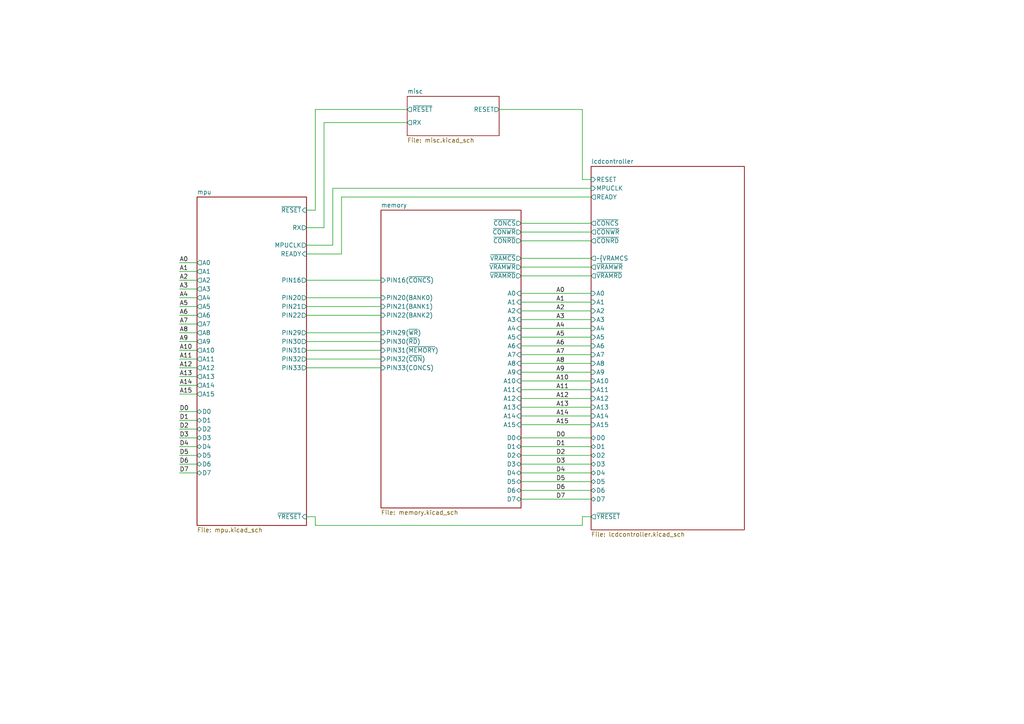
<source format=kicad_sch>
(kicad_sch (version 20211123) (generator eeschema)

  (uuid f4f9b184-71e6-4338-aef4-163397d9d166)

  (paper "A4")

  (lib_symbols
  )


  (wire (pts (xy 168.91 31.75) (xy 168.91 52.07))
    (stroke (width 0) (type default) (color 0 0 0 0))
    (uuid 02085540-2b2d-48fd-9b4c-dbc6d33f57a5)
  )
  (wire (pts (xy 151.13 95.25) (xy 171.45 95.25))
    (stroke (width 0) (type default) (color 0 0 0 0))
    (uuid 0ca802d6-9ccf-4b41-bdc5-cee483bce780)
  )
  (wire (pts (xy 91.44 149.86) (xy 88.9 149.86))
    (stroke (width 0) (type default) (color 0 0 0 0))
    (uuid 0dace2ab-1345-48d6-87ce-1706d80bf550)
  )
  (wire (pts (xy 88.9 101.6) (xy 110.49 101.6))
    (stroke (width 0) (type default) (color 0 0 0 0))
    (uuid 0f0713d6-32ff-44ab-a8cb-1a0a1282a407)
  )
  (wire (pts (xy 88.9 66.04) (xy 93.98 66.04))
    (stroke (width 0) (type default) (color 0 0 0 0))
    (uuid 11d83f4f-eaba-42cc-8323-9ec86eb2467b)
  )
  (wire (pts (xy 144.78 31.75) (xy 168.91 31.75))
    (stroke (width 0) (type default) (color 0 0 0 0))
    (uuid 13b60051-d109-4d12-a599-2d777cb0ddfe)
  )
  (wire (pts (xy 168.91 152.4) (xy 91.44 152.4))
    (stroke (width 0) (type default) (color 0 0 0 0))
    (uuid 195ad5b6-6476-4c68-be6c-7eafdfbe1e44)
  )
  (wire (pts (xy 52.07 134.62) (xy 57.15 134.62))
    (stroke (width 0) (type default) (color 0 0 0 0))
    (uuid 1ea40280-7117-4201-8186-fa14d5e12b31)
  )
  (wire (pts (xy 88.9 104.14) (xy 110.49 104.14))
    (stroke (width 0) (type default) (color 0 0 0 0))
    (uuid 2001d3d8-4585-4080-aa01-200c577d29c0)
  )
  (wire (pts (xy 88.9 106.68) (xy 110.49 106.68))
    (stroke (width 0) (type default) (color 0 0 0 0))
    (uuid 20d6a3d5-d5c5-46f5-a962-64cf97e288c8)
  )
  (wire (pts (xy 151.13 97.79) (xy 171.45 97.79))
    (stroke (width 0) (type default) (color 0 0 0 0))
    (uuid 21d6a550-831a-48ac-a331-e326615f19fe)
  )
  (wire (pts (xy 93.98 66.04) (xy 93.98 35.56))
    (stroke (width 0) (type default) (color 0 0 0 0))
    (uuid 2529a0a9-fb32-4c50-bae5-2f0de1de98ba)
  )
  (wire (pts (xy 88.9 86.36) (xy 110.49 86.36))
    (stroke (width 0) (type default) (color 0 0 0 0))
    (uuid 28a2c60a-b621-40c5-ab09-dae292446868)
  )
  (wire (pts (xy 151.13 69.85) (xy 171.45 69.85))
    (stroke (width 0) (type default) (color 0 0 0 0))
    (uuid 28faf883-b4d6-4b79-8f97-483d17748d10)
  )
  (wire (pts (xy 52.07 119.38) (xy 57.15 119.38))
    (stroke (width 0) (type default) (color 0 0 0 0))
    (uuid 291b478f-d407-4ceb-806e-810a903782c2)
  )
  (wire (pts (xy 151.13 77.47) (xy 171.45 77.47))
    (stroke (width 0) (type default) (color 0 0 0 0))
    (uuid 2986b81d-4e75-4b29-b632-d6f4f921c512)
  )
  (wire (pts (xy 52.07 93.98) (xy 57.15 93.98))
    (stroke (width 0) (type default) (color 0 0 0 0))
    (uuid 2b08a333-0074-4f88-966f-0fd1557e5d08)
  )
  (wire (pts (xy 52.07 121.92) (xy 57.15 121.92))
    (stroke (width 0) (type default) (color 0 0 0 0))
    (uuid 2e70fdc6-5045-49b6-b928-4e004ae74f88)
  )
  (wire (pts (xy 168.91 52.07) (xy 171.45 52.07))
    (stroke (width 0) (type default) (color 0 0 0 0))
    (uuid 3258bb4e-9b92-4f04-8306-8464c4eb51c3)
  )
  (wire (pts (xy 151.13 139.7) (xy 171.45 139.7))
    (stroke (width 0) (type default) (color 0 0 0 0))
    (uuid 32a3f416-d0cc-4668-9249-2bb647a8e2ac)
  )
  (wire (pts (xy 52.07 83.82) (xy 57.15 83.82))
    (stroke (width 0) (type default) (color 0 0 0 0))
    (uuid 36039d9c-23ca-4711-ae07-94b34ac0b882)
  )
  (wire (pts (xy 151.13 80.01) (xy 171.45 80.01))
    (stroke (width 0) (type default) (color 0 0 0 0))
    (uuid 368c5d91-0821-4e5d-970a-fb2c159f0504)
  )
  (wire (pts (xy 151.13 113.03) (xy 171.45 113.03))
    (stroke (width 0) (type default) (color 0 0 0 0))
    (uuid 36b7518f-3673-4fab-a1f8-445b89b0d15b)
  )
  (wire (pts (xy 88.9 73.66) (xy 99.06 73.66))
    (stroke (width 0) (type default) (color 0 0 0 0))
    (uuid 3a310b56-ba40-46f8-acbf-a43c3914581f)
  )
  (wire (pts (xy 93.98 35.56) (xy 118.11 35.56))
    (stroke (width 0) (type default) (color 0 0 0 0))
    (uuid 3ac884ef-3def-434b-ab66-7f19203e89cf)
  )
  (wire (pts (xy 151.13 137.16) (xy 171.45 137.16))
    (stroke (width 0) (type default) (color 0 0 0 0))
    (uuid 423710cb-9bf0-4fb7-b34b-ec49f0f605e7)
  )
  (wire (pts (xy 151.13 129.54) (xy 171.45 129.54))
    (stroke (width 0) (type default) (color 0 0 0 0))
    (uuid 43ef3cc8-11b2-4f7c-8c08-e449b04b5747)
  )
  (wire (pts (xy 52.07 81.28) (xy 57.15 81.28))
    (stroke (width 0) (type default) (color 0 0 0 0))
    (uuid 45d9eb9a-fd1a-4c91-8419-d8e231f07ed5)
  )
  (wire (pts (xy 99.06 57.15) (xy 171.45 57.15))
    (stroke (width 0) (type default) (color 0 0 0 0))
    (uuid 492bba06-3b6a-4f24-af93-ca29ef5c5ca4)
  )
  (wire (pts (xy 96.52 54.61) (xy 171.45 54.61))
    (stroke (width 0) (type default) (color 0 0 0 0))
    (uuid 5103b1b6-9144-4c4a-a5a6-34c340eed130)
  )
  (wire (pts (xy 52.07 91.44) (xy 57.15 91.44))
    (stroke (width 0) (type default) (color 0 0 0 0))
    (uuid 56d840ee-4ff3-4b9a-a46d-389fd5d220e2)
  )
  (wire (pts (xy 52.07 78.74) (xy 57.15 78.74))
    (stroke (width 0) (type default) (color 0 0 0 0))
    (uuid 5727fb99-a1fe-4371-8f4a-52adb98fa456)
  )
  (wire (pts (xy 52.07 114.3) (xy 57.15 114.3))
    (stroke (width 0) (type default) (color 0 0 0 0))
    (uuid 57f6a257-6c70-492d-b9b5-5cb127ca5ba2)
  )
  (wire (pts (xy 52.07 76.2) (xy 57.15 76.2))
    (stroke (width 0) (type default) (color 0 0 0 0))
    (uuid 5d8eb81f-244a-4a9c-b423-7117bc678396)
  )
  (wire (pts (xy 99.06 73.66) (xy 99.06 57.15))
    (stroke (width 0) (type default) (color 0 0 0 0))
    (uuid 635567d8-cd1a-40ba-9039-ec54496af02d)
  )
  (wire (pts (xy 88.9 96.52) (xy 110.49 96.52))
    (stroke (width 0) (type default) (color 0 0 0 0))
    (uuid 647987c2-359e-4b25-9881-4bff53997514)
  )
  (wire (pts (xy 52.07 96.52) (xy 57.15 96.52))
    (stroke (width 0) (type default) (color 0 0 0 0))
    (uuid 6730879a-542c-4a4b-be1e-2a649d3c5fdd)
  )
  (wire (pts (xy 52.07 101.6) (xy 57.15 101.6))
    (stroke (width 0) (type default) (color 0 0 0 0))
    (uuid 68fd0ea9-3033-42ae-b1d3-c9a5dc3dc38e)
  )
  (wire (pts (xy 52.07 86.36) (xy 57.15 86.36))
    (stroke (width 0) (type default) (color 0 0 0 0))
    (uuid 6914bf40-b58b-4f49-82da-505fe7e9d28a)
  )
  (wire (pts (xy 151.13 118.11) (xy 171.45 118.11))
    (stroke (width 0) (type default) (color 0 0 0 0))
    (uuid 6b300d06-70ee-4a3e-a5de-4e3c9935b11c)
  )
  (wire (pts (xy 151.13 74.93) (xy 171.45 74.93))
    (stroke (width 0) (type default) (color 0 0 0 0))
    (uuid 716f0b0c-eafc-465e-bf45-44c8b39ba35d)
  )
  (wire (pts (xy 168.91 149.86) (xy 168.91 152.4))
    (stroke (width 0) (type default) (color 0 0 0 0))
    (uuid 7345cb53-c687-4cc1-a320-a4456bcaa00f)
  )
  (wire (pts (xy 151.13 134.62) (xy 171.45 134.62))
    (stroke (width 0) (type default) (color 0 0 0 0))
    (uuid 74c039ec-d75f-4e60-bc0b-1e5d21c6ce68)
  )
  (wire (pts (xy 151.13 123.19) (xy 171.45 123.19))
    (stroke (width 0) (type default) (color 0 0 0 0))
    (uuid 74c0843a-2b3a-4465-aa9c-29eb1135377f)
  )
  (wire (pts (xy 151.13 92.71) (xy 171.45 92.71))
    (stroke (width 0) (type default) (color 0 0 0 0))
    (uuid 82d4abd7-93a4-488c-9c6a-a39f998d34de)
  )
  (wire (pts (xy 151.13 142.24) (xy 171.45 142.24))
    (stroke (width 0) (type default) (color 0 0 0 0))
    (uuid 842e221f-9fc8-49b6-9b39-14f6ad452dfb)
  )
  (wire (pts (xy 96.52 71.12) (xy 96.52 54.61))
    (stroke (width 0) (type default) (color 0 0 0 0))
    (uuid 8538ebf3-ac5c-4619-9aad-1a8cc35af604)
  )
  (wire (pts (xy 151.13 132.08) (xy 171.45 132.08))
    (stroke (width 0) (type default) (color 0 0 0 0))
    (uuid 86c507f9-d054-43b8-91d6-459663aa0501)
  )
  (wire (pts (xy 151.13 120.65) (xy 171.45 120.65))
    (stroke (width 0) (type default) (color 0 0 0 0))
    (uuid 878efd6e-64b0-4d5b-a7c9-267757299f8d)
  )
  (wire (pts (xy 88.9 81.28) (xy 110.49 81.28))
    (stroke (width 0) (type default) (color 0 0 0 0))
    (uuid 8dd18485-09c3-45f2-b112-96319abc2ed8)
  )
  (wire (pts (xy 88.9 91.44) (xy 110.49 91.44))
    (stroke (width 0) (type default) (color 0 0 0 0))
    (uuid 8f8ccf0d-4278-44c9-bc9e-456a4d2053e5)
  )
  (wire (pts (xy 52.07 111.76) (xy 57.15 111.76))
    (stroke (width 0) (type default) (color 0 0 0 0))
    (uuid 934ba3f2-380c-4d94-8050-cd14890d5929)
  )
  (wire (pts (xy 52.07 127) (xy 57.15 127))
    (stroke (width 0) (type default) (color 0 0 0 0))
    (uuid 9a9691b9-2921-4306-b888-cb552f0e4818)
  )
  (wire (pts (xy 151.13 85.09) (xy 171.45 85.09))
    (stroke (width 0) (type default) (color 0 0 0 0))
    (uuid 9d617a01-47bc-4bd0-872d-6610ead011e3)
  )
  (wire (pts (xy 151.13 107.95) (xy 171.45 107.95))
    (stroke (width 0) (type default) (color 0 0 0 0))
    (uuid a41a76b4-608e-4af4-ba44-46e248f9e198)
  )
  (wire (pts (xy 151.13 127) (xy 171.45 127))
    (stroke (width 0) (type default) (color 0 0 0 0))
    (uuid a4532fab-f180-46c9-961f-75ff5136deb7)
  )
  (wire (pts (xy 88.9 99.06) (xy 110.49 99.06))
    (stroke (width 0) (type default) (color 0 0 0 0))
    (uuid a53b34fd-8e8d-4a6b-b16d-fa73719ab5af)
  )
  (wire (pts (xy 52.07 132.08) (xy 57.15 132.08))
    (stroke (width 0) (type default) (color 0 0 0 0))
    (uuid a58d704a-b978-4ae5-a9f9-fef2846d2435)
  )
  (wire (pts (xy 52.07 106.68) (xy 57.15 106.68))
    (stroke (width 0) (type default) (color 0 0 0 0))
    (uuid a6321c82-b7e7-4a13-87d3-91daf2d46c21)
  )
  (wire (pts (xy 52.07 99.06) (xy 57.15 99.06))
    (stroke (width 0) (type default) (color 0 0 0 0))
    (uuid ab5a0f09-d556-40a9-95e7-eb0caad29026)
  )
  (wire (pts (xy 52.07 137.16) (xy 57.15 137.16))
    (stroke (width 0) (type default) (color 0 0 0 0))
    (uuid acea7200-fe0d-4933-831b-342b9f94d09e)
  )
  (wire (pts (xy 151.13 110.49) (xy 171.45 110.49))
    (stroke (width 0) (type default) (color 0 0 0 0))
    (uuid b122e926-c73b-4eab-8fb0-7252e40c86a4)
  )
  (wire (pts (xy 91.44 31.75) (xy 91.44 60.96))
    (stroke (width 0) (type default) (color 0 0 0 0))
    (uuid b3745cb5-f7b9-49d7-a763-bdfa2ac75907)
  )
  (wire (pts (xy 151.13 144.78) (xy 171.45 144.78))
    (stroke (width 0) (type default) (color 0 0 0 0))
    (uuid b4b64123-eded-4421-9a4a-8a6236126908)
  )
  (wire (pts (xy 151.13 102.87) (xy 171.45 102.87))
    (stroke (width 0) (type default) (color 0 0 0 0))
    (uuid b5d8ab0e-e86a-4b9c-afa5-ca657f7b3a6d)
  )
  (wire (pts (xy 88.9 88.9) (xy 110.49 88.9))
    (stroke (width 0) (type default) (color 0 0 0 0))
    (uuid bc6ddb67-6773-4d14-8b6a-b7ca7ddf93a1)
  )
  (wire (pts (xy 171.45 149.86) (xy 168.91 149.86))
    (stroke (width 0) (type default) (color 0 0 0 0))
    (uuid be0f18d2-a220-4705-9d51-d3de215bc1f9)
  )
  (wire (pts (xy 91.44 152.4) (xy 91.44 149.86))
    (stroke (width 0) (type default) (color 0 0 0 0))
    (uuid be33cd11-7ccc-4c56-91d4-3e755c66d7a8)
  )
  (wire (pts (xy 151.13 105.41) (xy 171.45 105.41))
    (stroke (width 0) (type default) (color 0 0 0 0))
    (uuid c0f8f678-d431-478c-9d90-0ec048551819)
  )
  (wire (pts (xy 151.13 67.31) (xy 171.45 67.31))
    (stroke (width 0) (type default) (color 0 0 0 0))
    (uuid c2ebbaba-f25f-48fd-b632-c4ea8a221dc8)
  )
  (wire (pts (xy 151.13 115.57) (xy 171.45 115.57))
    (stroke (width 0) (type default) (color 0 0 0 0))
    (uuid c309563e-8d47-4643-afea-fdb1670bbeb7)
  )
  (wire (pts (xy 52.07 104.14) (xy 57.15 104.14))
    (stroke (width 0) (type default) (color 0 0 0 0))
    (uuid c8000722-83ec-41ff-bf50-34d9ea2d19e4)
  )
  (wire (pts (xy 151.13 90.17) (xy 171.45 90.17))
    (stroke (width 0) (type default) (color 0 0 0 0))
    (uuid ca6c08a5-c08b-47d3-950b-af1f9e975a74)
  )
  (wire (pts (xy 151.13 100.33) (xy 171.45 100.33))
    (stroke (width 0) (type default) (color 0 0 0 0))
    (uuid cb4fb125-2b7a-4ac6-a5bc-fcce06152e3c)
  )
  (wire (pts (xy 151.13 87.63) (xy 171.45 87.63))
    (stroke (width 0) (type default) (color 0 0 0 0))
    (uuid d3ca4c64-2928-45f0-bff2-9f7455643a90)
  )
  (wire (pts (xy 52.07 129.54) (xy 57.15 129.54))
    (stroke (width 0) (type default) (color 0 0 0 0))
    (uuid d7d7bcff-180a-4168-8dd6-08d6aa3e1bb9)
  )
  (wire (pts (xy 151.13 64.77) (xy 171.45 64.77))
    (stroke (width 0) (type default) (color 0 0 0 0))
    (uuid dc0042f4-8faa-4390-b6a4-517e665f0af0)
  )
  (wire (pts (xy 88.9 71.12) (xy 96.52 71.12))
    (stroke (width 0) (type default) (color 0 0 0 0))
    (uuid dde4dd53-7a21-4481-ba08-bf4bf03ce910)
  )
  (wire (pts (xy 118.11 31.75) (xy 91.44 31.75))
    (stroke (width 0) (type default) (color 0 0 0 0))
    (uuid df3368b3-3c85-4eec-8645-e33f9ad84dce)
  )
  (wire (pts (xy 91.44 60.96) (xy 88.9 60.96))
    (stroke (width 0) (type default) (color 0 0 0 0))
    (uuid e27339e9-75eb-4318-beb4-b339f2db9519)
  )
  (wire (pts (xy 52.07 88.9) (xy 57.15 88.9))
    (stroke (width 0) (type default) (color 0 0 0 0))
    (uuid f1dae56a-dfd5-4390-a961-23b1fc494347)
  )
  (wire (pts (xy 52.07 109.22) (xy 57.15 109.22))
    (stroke (width 0) (type default) (color 0 0 0 0))
    (uuid f41b843b-a2e0-4bf1-9e0b-b515e6b243cd)
  )
  (wire (pts (xy 52.07 124.46) (xy 57.15 124.46))
    (stroke (width 0) (type default) (color 0 0 0 0))
    (uuid f8c04acf-aa5f-4f55-b411-c72f79fb1563)
  )

  (label "D7" (at 52.07 137.16 0)
    (effects (font (size 1.27 1.27)) (justify left bottom))
    (uuid 00eb02a6-0296-47b0-9282-b88785c15970)
  )
  (label "A0" (at 161.29 85.09 0)
    (effects (font (size 1.27 1.27)) (justify left bottom))
    (uuid 05525457-4089-4e00-a288-9acbec98bc29)
  )
  (label "D6" (at 52.07 134.62 0)
    (effects (font (size 1.27 1.27)) (justify left bottom))
    (uuid 0ab8b3f5-b653-45ef-8fbd-5f636c318d97)
  )
  (label "A11" (at 161.29 113.03 0)
    (effects (font (size 1.27 1.27)) (justify left bottom))
    (uuid 1166f841-6c04-40ff-962a-07a7434d8ace)
  )
  (label "A6" (at 52.07 91.44 0)
    (effects (font (size 1.27 1.27)) (justify left bottom))
    (uuid 2576bfdf-2973-4956-9bc5-d7d0ac746461)
  )
  (label "D2" (at 161.29 132.08 0)
    (effects (font (size 1.27 1.27)) (justify left bottom))
    (uuid 2654d73e-2a46-4ccc-ace0-1f7fe3fa8b7e)
  )
  (label "A8" (at 52.07 96.52 0)
    (effects (font (size 1.27 1.27)) (justify left bottom))
    (uuid 29d690da-3b0a-40cd-b938-a813c70454de)
  )
  (label "A14" (at 52.07 111.76 0)
    (effects (font (size 1.27 1.27)) (justify left bottom))
    (uuid 311fd819-4ddc-4ec1-9f04-65c0bb66bf8e)
  )
  (label "D1" (at 161.29 129.54 0)
    (effects (font (size 1.27 1.27)) (justify left bottom))
    (uuid 32c9dece-e133-4f07-9c8f-5a12819ca43e)
  )
  (label "A14" (at 161.29 120.65 0)
    (effects (font (size 1.27 1.27)) (justify left bottom))
    (uuid 3afe714d-8825-47bd-b644-ff9446f46152)
  )
  (label "A1" (at 161.29 87.63 0)
    (effects (font (size 1.27 1.27)) (justify left bottom))
    (uuid 3b50f6b8-6b03-439a-8585-367ea00bedef)
  )
  (label "A5" (at 161.29 97.79 0)
    (effects (font (size 1.27 1.27)) (justify left bottom))
    (uuid 3e08a1a5-1015-4788-9135-32ca7af52672)
  )
  (label "D3" (at 161.29 134.62 0)
    (effects (font (size 1.27 1.27)) (justify left bottom))
    (uuid 4d57c489-2a39-403b-acca-c8d13f3fef63)
  )
  (label "D5" (at 161.29 139.7 0)
    (effects (font (size 1.27 1.27)) (justify left bottom))
    (uuid 500746bc-6ead-4c68-beee-cf32b2a07934)
  )
  (label "A3" (at 52.07 83.82 0)
    (effects (font (size 1.27 1.27)) (justify left bottom))
    (uuid 536933a1-f8d3-47fa-91d1-d25c6ce2ef84)
  )
  (label "A1" (at 52.07 78.74 0)
    (effects (font (size 1.27 1.27)) (justify left bottom))
    (uuid 58188c05-4efc-4ab6-887c-0aa53990d8cf)
  )
  (label "A7" (at 161.29 102.87 0)
    (effects (font (size 1.27 1.27)) (justify left bottom))
    (uuid 5d1593f6-8cf2-4711-8f7d-e75a4e26fe90)
  )
  (label "A15" (at 161.29 123.19 0)
    (effects (font (size 1.27 1.27)) (justify left bottom))
    (uuid 628eea38-f99f-460d-af1a-5ba733ace933)
  )
  (label "D3" (at 52.07 127 0)
    (effects (font (size 1.27 1.27)) (justify left bottom))
    (uuid 650811c0-4143-48e3-85eb-95dd211c9530)
  )
  (label "A10" (at 52.07 101.6 0)
    (effects (font (size 1.27 1.27)) (justify left bottom))
    (uuid 75f61afc-4b36-4df0-bcc2-8a8ca8e5a9cb)
  )
  (label "A15" (at 52.07 114.3 0)
    (effects (font (size 1.27 1.27)) (justify left bottom))
    (uuid 7c192485-34be-4828-9d58-5d9a17931e76)
  )
  (label "A6" (at 161.29 100.33 0)
    (effects (font (size 1.27 1.27)) (justify left bottom))
    (uuid 7d39c9d9-2741-4939-a9af-80e4c86a9694)
  )
  (label "D0" (at 161.29 127 0)
    (effects (font (size 1.27 1.27)) (justify left bottom))
    (uuid 8f920e76-91a0-4254-a34b-33a4931b2614)
  )
  (label "D4" (at 161.29 137.16 0)
    (effects (font (size 1.27 1.27)) (justify left bottom))
    (uuid 93ec44b7-2139-48d6-8cff-6ce1a1e0f434)
  )
  (label "D1" (at 52.07 121.92 0)
    (effects (font (size 1.27 1.27)) (justify left bottom))
    (uuid 94064044-c2b4-4baa-aac5-82ffc6b10b74)
  )
  (label "A13" (at 52.07 109.22 0)
    (effects (font (size 1.27 1.27)) (justify left bottom))
    (uuid 9586192c-b1f3-45e8-80e4-9b5363c0bea2)
  )
  (label "A5" (at 52.07 88.9 0)
    (effects (font (size 1.27 1.27)) (justify left bottom))
    (uuid 974bc38b-4439-4aca-8b43-6c09d476b747)
  )
  (label "A4" (at 52.07 86.36 0)
    (effects (font (size 1.27 1.27)) (justify left bottom))
    (uuid 9834eaa0-bd7e-4943-be10-b82d711d7912)
  )
  (label "D6" (at 161.29 142.24 0)
    (effects (font (size 1.27 1.27)) (justify left bottom))
    (uuid 9c449522-5358-443c-9f96-4003966bfb3d)
  )
  (label "A0" (at 52.07 76.2 0)
    (effects (font (size 1.27 1.27)) (justify left bottom))
    (uuid 9daed15e-b514-4244-abe1-b73169a2ab4f)
  )
  (label "A2" (at 161.29 90.17 0)
    (effects (font (size 1.27 1.27)) (justify left bottom))
    (uuid 9f9c321c-25f4-48d7-90ce-29b9807a6e2b)
  )
  (label "A9" (at 161.29 107.95 0)
    (effects (font (size 1.27 1.27)) (justify left bottom))
    (uuid a0f16eb7-9f8e-4241-a136-4b9bc4f93111)
  )
  (label "A7" (at 52.07 93.98 0)
    (effects (font (size 1.27 1.27)) (justify left bottom))
    (uuid a17c52bd-870f-4219-9d84-7275542dab75)
  )
  (label "D7" (at 161.29 144.78 0)
    (effects (font (size 1.27 1.27)) (justify left bottom))
    (uuid a3abca36-59cd-4283-92a4-479d7dfefe6f)
  )
  (label "D2" (at 52.07 124.46 0)
    (effects (font (size 1.27 1.27)) (justify left bottom))
    (uuid bdb12ee6-b302-453e-a898-78caa80d25b0)
  )
  (label "A13" (at 161.29 118.11 0)
    (effects (font (size 1.27 1.27)) (justify left bottom))
    (uuid c166408a-123e-44bd-9c93-76d36a4bceb1)
  )
  (label "D5" (at 52.07 132.08 0)
    (effects (font (size 1.27 1.27)) (justify left bottom))
    (uuid c1a4ca6b-3c23-4190-af47-523470d71ef1)
  )
  (label "D0" (at 52.07 119.38 0)
    (effects (font (size 1.27 1.27)) (justify left bottom))
    (uuid c22cc3e5-02d3-492b-a9e9-fbc0b44af16e)
  )
  (label "A12" (at 52.07 106.68 0)
    (effects (font (size 1.27 1.27)) (justify left bottom))
    (uuid c2e99330-f04c-4bc2-adba-f53f42556a19)
  )
  (label "A4" (at 161.29 95.25 0)
    (effects (font (size 1.27 1.27)) (justify left bottom))
    (uuid c65b308e-bcb2-41b0-a604-96b5e5aabbb0)
  )
  (label "D4" (at 52.07 129.54 0)
    (effects (font (size 1.27 1.27)) (justify left bottom))
    (uuid cd033047-ecaf-4b14-8a63-083b1c52b772)
  )
  (label "A2" (at 52.07 81.28 0)
    (effects (font (size 1.27 1.27)) (justify left bottom))
    (uuid d16d26db-c5b5-4b12-ad72-4a4f56de1a4e)
  )
  (label "A10" (at 161.29 110.49 0)
    (effects (font (size 1.27 1.27)) (justify left bottom))
    (uuid db1c29c1-b27a-4813-83b3-b597d2f77c4c)
  )
  (label "A3" (at 161.29 92.71 0)
    (effects (font (size 1.27 1.27)) (justify left bottom))
    (uuid dc4dc1d9-8ead-4459-9b78-bb9fac69c318)
  )
  (label "A9" (at 52.07 99.06 0)
    (effects (font (size 1.27 1.27)) (justify left bottom))
    (uuid e8cd2ec9-90e0-4087-b115-9f61fed5c0d3)
  )
  (label "A12" (at 161.29 115.57 0)
    (effects (font (size 1.27 1.27)) (justify left bottom))
    (uuid f083fa7e-2d75-4e74-9237-7c34a8924768)
  )
  (label "A8" (at 161.29 105.41 0)
    (effects (font (size 1.27 1.27)) (justify left bottom))
    (uuid f9620ef4-dec2-4e5e-ba6a-c83d01f64792)
  )
  (label "A11" (at 52.07 104.14 0)
    (effects (font (size 1.27 1.27)) (justify left bottom))
    (uuid fe307db7-6c39-4317-81e1-9b6ec32baffa)
  )

  (sheet (at 110.49 60.96) (size 40.64 86.36) (fields_autoplaced)
    (stroke (width 0.1524) (type solid) (color 0 0 0 0))
    (fill (color 0 0 0 0.0000))
    (uuid 041bba34-c371-4600-8543-62c3e6e1a75e)
    (property "Sheet name" "memory" (id 0) (at 110.49 60.2484 0)
      (effects (font (size 1.27 1.27)) (justify left bottom))
    )
    (property "Sheet file" "memory.kicad_sch" (id 1) (at 110.49 147.9046 0)
      (effects (font (size 1.27 1.27)) (justify left top))
    )
    (pin "A15" input (at 151.13 123.19 0)
      (effects (font (size 1.27 1.27)) (justify right))
      (uuid 781f6faa-4964-42a8-b8e2-93411fdaab32)
    )
    (pin "A14" input (at 151.13 120.65 0)
      (effects (font (size 1.27 1.27)) (justify right))
      (uuid 4292ed30-280e-4724-af90-e5d243a28a1c)
    )
    (pin "~{VRAMCS}" output (at 151.13 74.93 0)
      (effects (font (size 1.27 1.27)) (justify right))
      (uuid aadfd0d5-aa70-4e4c-8260-0cddddb8c0bf)
    )
    (pin "PIN31(~{MEMORY})" input (at 110.49 101.6 180)
      (effects (font (size 1.27 1.27)) (justify left))
      (uuid c88ad6ad-2d40-4685-87a8-523b2bb1ff4f)
    )
    (pin "PIN16(~{CONCS})" input (at 110.49 81.28 180)
      (effects (font (size 1.27 1.27)) (justify left))
      (uuid c9584f06-7be7-4c9f-a71e-5eb1b98600b6)
    )
    (pin "PIN33(CONCS)" input (at 110.49 106.68 180)
      (effects (font (size 1.27 1.27)) (justify left))
      (uuid 31b09dac-46c8-41b6-b2a1-6643b064b9e5)
    )
    (pin "~{CONCS}" output (at 151.13 64.77 0)
      (effects (font (size 1.27 1.27)) (justify right))
      (uuid f8fb4545-2184-4a2a-9a7f-ea3601dead62)
    )
    (pin "~{VRAMRD}" output (at 151.13 80.01 0)
      (effects (font (size 1.27 1.27)) (justify right))
      (uuid 8ce7de21-0603-4b1b-92a1-139dbab737d1)
    )
    (pin "~{CONRD}" output (at 151.13 69.85 0)
      (effects (font (size 1.27 1.27)) (justify right))
      (uuid da6a33af-cef5-4245-994e-9ba39d887ce3)
    )
    (pin "~{VRAMWR}" output (at 151.13 77.47 0)
      (effects (font (size 1.27 1.27)) (justify right))
      (uuid 08d1259a-8fed-4bc3-aff2-71ac026db584)
    )
    (pin "~{CONWR}" output (at 151.13 67.31 0)
      (effects (font (size 1.27 1.27)) (justify right))
      (uuid e2e78866-4f02-4eee-a362-81c952c72026)
    )
    (pin "PIN20(BANK0)" input (at 110.49 86.36 180)
      (effects (font (size 1.27 1.27)) (justify left))
      (uuid a0fde2a5-70f9-4b0e-a386-d3be11497fd4)
    )
    (pin "PIN21(BANK1)" input (at 110.49 88.9 180)
      (effects (font (size 1.27 1.27)) (justify left))
      (uuid 05ae6e8b-ce8c-479a-b4c2-41aa5e78adc4)
    )
    (pin "PIN22(BANK2)" input (at 110.49 91.44 180)
      (effects (font (size 1.27 1.27)) (justify left))
      (uuid 0f6a1aac-a202-46be-8e2b-79eed6100ca7)
    )
    (pin "PIN32(~{CON})" input (at 110.49 104.14 180)
      (effects (font (size 1.27 1.27)) (justify left))
      (uuid 9cf0c01c-f71e-412b-a2d5-c8f381cf6bf8)
    )
    (pin "PIN30(~{RD})" input (at 110.49 99.06 180)
      (effects (font (size 1.27 1.27)) (justify left))
      (uuid f6b1687a-d93d-417b-a88c-efb2488b2890)
    )
    (pin "PIN29(~{WR})" input (at 110.49 96.52 180)
      (effects (font (size 1.27 1.27)) (justify left))
      (uuid 21553cfd-c16f-41dc-ac77-4356d6613216)
    )
    (pin "D0" bidirectional (at 151.13 127 0)
      (effects (font (size 1.27 1.27)) (justify right))
      (uuid 7e0c39bb-1d9d-4371-9ebd-a109cab51fd5)
    )
    (pin "A11" input (at 151.13 113.03 0)
      (effects (font (size 1.27 1.27)) (justify right))
      (uuid 8b46a81b-4c95-46b8-ba0a-87d5b91fc3c6)
    )
    (pin "A13" input (at 151.13 118.11 0)
      (effects (font (size 1.27 1.27)) (justify right))
      (uuid 99e3f227-f9a7-4de9-bdd6-3a58b10a3fb8)
    )
    (pin "A12" input (at 151.13 115.57 0)
      (effects (font (size 1.27 1.27)) (justify right))
      (uuid 68e730af-1b5d-4f5d-bf62-2d474dc2eebc)
    )
    (pin "D3" bidirectional (at 151.13 134.62 0)
      (effects (font (size 1.27 1.27)) (justify right))
      (uuid 64e1bfc2-112f-4e2a-a4ad-edf11808fb35)
    )
    (pin "D7" bidirectional (at 151.13 144.78 0)
      (effects (font (size 1.27 1.27)) (justify right))
      (uuid 1962670e-5bb6-4741-a15b-001a40eb61ec)
    )
    (pin "D1" bidirectional (at 151.13 129.54 0)
      (effects (font (size 1.27 1.27)) (justify right))
      (uuid 553fdf0c-a261-43bd-b3ca-b9bef02bc330)
    )
    (pin "D4" bidirectional (at 151.13 137.16 0)
      (effects (font (size 1.27 1.27)) (justify right))
      (uuid 08b23880-1b88-4040-9099-3a7511253d0e)
    )
    (pin "D6" bidirectional (at 151.13 142.24 0)
      (effects (font (size 1.27 1.27)) (justify right))
      (uuid 7d1b63c7-6aed-475c-ac60-853db93ab4f9)
    )
    (pin "D2" bidirectional (at 151.13 132.08 0)
      (effects (font (size 1.27 1.27)) (justify right))
      (uuid 3bc6ee83-e2fe-4f75-ac12-b2804e967ae2)
    )
    (pin "D5" bidirectional (at 151.13 139.7 0)
      (effects (font (size 1.27 1.27)) (justify right))
      (uuid fda6a2ce-b59a-4ea2-bbe2-592e147b2ead)
    )
    (pin "A2" input (at 151.13 90.17 0)
      (effects (font (size 1.27 1.27)) (justify right))
      (uuid 565e2c50-2cc2-48cf-80d7-c80069f53000)
    )
    (pin "A4" input (at 151.13 95.25 0)
      (effects (font (size 1.27 1.27)) (justify right))
      (uuid ed762198-560b-4467-a246-303fe5df5aed)
    )
    (pin "A0" input (at 151.13 85.09 0)
      (effects (font (size 1.27 1.27)) (justify right))
      (uuid 5b36a340-6b6c-4f66-8c6d-27c14eade329)
    )
    (pin "A5" input (at 151.13 97.79 0)
      (effects (font (size 1.27 1.27)) (justify right))
      (uuid cbeb45d9-cf3d-45d3-bd3e-56b0c84b1dcf)
    )
    (pin "A3" input (at 151.13 92.71 0)
      (effects (font (size 1.27 1.27)) (justify right))
      (uuid 0399c7ed-73a4-4c5f-be9f-eca44463819f)
    )
    (pin "A1" input (at 151.13 87.63 0)
      (effects (font (size 1.27 1.27)) (justify right))
      (uuid d3590e95-9df3-48a7-a539-987d10d22ab2)
    )
    (pin "A7" input (at 151.13 102.87 0)
      (effects (font (size 1.27 1.27)) (justify right))
      (uuid 81a84d2f-8af1-45bb-a939-62948dba6fb1)
    )
    (pin "A6" input (at 151.13 100.33 0)
      (effects (font (size 1.27 1.27)) (justify right))
      (uuid 5b52c282-23d7-4042-9c13-2d862c347f38)
    )
    (pin "A10" input (at 151.13 110.49 0)
      (effects (font (size 1.27 1.27)) (justify right))
      (uuid 2d70f0b6-8e01-4bd0-99c6-1a64d1ba8aa9)
    )
    (pin "A8" input (at 151.13 105.41 0)
      (effects (font (size 1.27 1.27)) (justify right))
      (uuid de682d74-80a6-4141-b950-de59e5f2f6f3)
    )
    (pin "A9" input (at 151.13 107.95 0)
      (effects (font (size 1.27 1.27)) (justify right))
      (uuid 2f63aa19-3364-4fc7-8d6d-6d94116c0034)
    )
  )

  (sheet (at 57.15 57.15) (size 31.75 95.25) (fields_autoplaced)
    (stroke (width 0.1524) (type solid) (color 0 0 0 0))
    (fill (color 0 0 0 0.0000))
    (uuid 8bf1ea9f-6b1e-425f-861f-09b844011d99)
    (property "Sheet name" "mpu" (id 0) (at 57.15 56.4384 0)
      (effects (font (size 1.27 1.27)) (justify left bottom))
    )
    (property "Sheet file" "mpu.kicad_sch" (id 1) (at 57.15 152.9846 0)
      (effects (font (size 1.27 1.27)) (justify left top))
    )
    (pin "A9" output (at 57.15 99.06 180)
      (effects (font (size 1.27 1.27)) (justify left))
      (uuid 3fcd6231-ec0c-4a50-993e-1d0e1e9bcb5e)
    )
    (pin "A8" output (at 57.15 96.52 180)
      (effects (font (size 1.27 1.27)) (justify left))
      (uuid a7644a4d-de21-4fae-a23a-40aadeba0117)
    )
    (pin "A7" output (at 57.15 93.98 180)
      (effects (font (size 1.27 1.27)) (justify left))
      (uuid e54a6a06-1160-4ee9-9afc-43083f0384ef)
    )
    (pin "A6" output (at 57.15 91.44 180)
      (effects (font (size 1.27 1.27)) (justify left))
      (uuid 82df5bea-0c5b-4b44-beb4-03b60d848b45)
    )
    (pin "A4" output (at 57.15 86.36 180)
      (effects (font (size 1.27 1.27)) (justify left))
      (uuid b1f996c7-8429-40e8-96d0-dba2fbb1bf43)
    )
    (pin "A5" output (at 57.15 88.9 180)
      (effects (font (size 1.27 1.27)) (justify left))
      (uuid a549a656-c903-4a36-8173-18bbae8ac9e0)
    )
    (pin "A1" output (at 57.15 78.74 180)
      (effects (font (size 1.27 1.27)) (justify left))
      (uuid 539d1e52-c435-4416-909a-a4dbb9120c80)
    )
    (pin "A2" output (at 57.15 81.28 180)
      (effects (font (size 1.27 1.27)) (justify left))
      (uuid 370542a2-ec0f-4ea7-b28e-c17000368918)
    )
    (pin "A3" output (at 57.15 83.82 180)
      (effects (font (size 1.27 1.27)) (justify left))
      (uuid 8d5771e2-5f36-4f37-935c-33cea07bb934)
    )
    (pin "A11" output (at 57.15 104.14 180)
      (effects (font (size 1.27 1.27)) (justify left))
      (uuid 0ba418f3-4c6f-4513-a52a-c42ae613f0b3)
    )
    (pin "A10" output (at 57.15 101.6 180)
      (effects (font (size 1.27 1.27)) (justify left))
      (uuid 7a842511-9515-4036-9118-e98c0fa91af8)
    )
    (pin "A12" output (at 57.15 106.68 180)
      (effects (font (size 1.27 1.27)) (justify left))
      (uuid f5db37e8-b1ab-469c-91b1-a92cd3a9ec47)
    )
    (pin "A13" output (at 57.15 109.22 180)
      (effects (font (size 1.27 1.27)) (justify left))
      (uuid a6013b6c-dac6-4f67-a8c8-c25583db4dd3)
    )
    (pin "A0" output (at 57.15 76.2 180)
      (effects (font (size 1.27 1.27)) (justify left))
      (uuid 75d14154-dd37-40d3-a35c-832a905201c8)
    )
    (pin "PIN33" output (at 88.9 106.68 0)
      (effects (font (size 1.27 1.27)) (justify right))
      (uuid 43387a2f-479b-4598-94d0-077da8cd9fb2)
    )
    (pin "PIN32" output (at 88.9 104.14 0)
      (effects (font (size 1.27 1.27)) (justify right))
      (uuid c62874e7-ee81-4b56-a8b0-2a97132bd765)
    )
    (pin "PIN31" output (at 88.9 101.6 0)
      (effects (font (size 1.27 1.27)) (justify right))
      (uuid 9e48bced-afb6-45f4-961c-be0c7cca775f)
    )
    (pin "A14" output (at 57.15 111.76 180)
      (effects (font (size 1.27 1.27)) (justify left))
      (uuid 6e07e4e4-ab4e-4977-8465-87257f5fb182)
    )
    (pin "A15" output (at 57.15 114.3 180)
      (effects (font (size 1.27 1.27)) (justify left))
      (uuid c09836e0-4ae2-46c1-b1ae-638047b6cd41)
    )
    (pin "D0" bidirectional (at 57.15 119.38 180)
      (effects (font (size 1.27 1.27)) (justify left))
      (uuid e8e5b6cb-2d80-4c9f-b84f-2fbf4e6c3656)
    )
    (pin "D1" bidirectional (at 57.15 121.92 180)
      (effects (font (size 1.27 1.27)) (justify left))
      (uuid cdf9cc67-649a-4623-b87b-dd7b0c068aff)
    )
    (pin "D4" bidirectional (at 57.15 129.54 180)
      (effects (font (size 1.27 1.27)) (justify left))
      (uuid d36f1186-3fab-49b2-b5bb-6e483ddfc247)
    )
    (pin "D5" bidirectional (at 57.15 132.08 180)
      (effects (font (size 1.27 1.27)) (justify left))
      (uuid c4233378-19fb-45ce-9cc5-da6690d2b5c3)
    )
    (pin "D3" bidirectional (at 57.15 127 180)
      (effects (font (size 1.27 1.27)) (justify left))
      (uuid 7c382b86-78bd-4e42-860b-2cfed4798055)
    )
    (pin "D2" bidirectional (at 57.15 124.46 180)
      (effects (font (size 1.27 1.27)) (justify left))
      (uuid c99cdc81-9df6-46b5-9cf0-a445c66f6ae4)
    )
    (pin "D7" bidirectional (at 57.15 137.16 180)
      (effects (font (size 1.27 1.27)) (justify left))
      (uuid 6392a75a-3b49-4e7a-b68c-0be4a132a397)
    )
    (pin "D6" bidirectional (at 57.15 134.62 180)
      (effects (font (size 1.27 1.27)) (justify left))
      (uuid f5f85a69-ea14-4491-b12c-13d1b09e869d)
    )
    (pin "RX" output (at 88.9 66.04 0)
      (effects (font (size 1.27 1.27)) (justify right))
      (uuid 06b2cf30-13f4-4964-8751-545402ebc5af)
    )
    (pin "~{YRESET}" input (at 88.9 149.86 0)
      (effects (font (size 1.27 1.27)) (justify right))
      (uuid d1a46dbf-2689-40c0-be86-c69dce4279e9)
    )
    (pin "~{RESET}" input (at 88.9 60.96 0)
      (effects (font (size 1.27 1.27)) (justify right))
      (uuid d678ec3e-c960-466f-9e3e-24887efcc1d3)
    )
    (pin "MPUCLK" output (at 88.9 71.12 0)
      (effects (font (size 1.27 1.27)) (justify right))
      (uuid d56bc431-05c7-45a7-8993-d020fb5ed123)
    )
    (pin "PIN29" output (at 88.9 96.52 0)
      (effects (font (size 1.27 1.27)) (justify right))
      (uuid c70ff3ec-618f-42e1-b6fb-eafb33030626)
    )
    (pin "PIN30" output (at 88.9 99.06 0)
      (effects (font (size 1.27 1.27)) (justify right))
      (uuid 3f4e5c12-de71-42bf-814d-d5fb66d9a0a8)
    )
    (pin "PIN20" output (at 88.9 86.36 0)
      (effects (font (size 1.27 1.27)) (justify right))
      (uuid 2649b2f7-f426-42ac-91dd-9e8bd816656a)
    )
    (pin "PIN22" output (at 88.9 91.44 0)
      (effects (font (size 1.27 1.27)) (justify right))
      (uuid 631417f0-8094-42ed-ba7e-d9e5ba8e9ace)
    )
    (pin "PIN21" output (at 88.9 88.9 0)
      (effects (font (size 1.27 1.27)) (justify right))
      (uuid b9dc2e58-8e67-4e8b-a898-9b002b550c59)
    )
    (pin "READY" input (at 88.9 73.66 0)
      (effects (font (size 1.27 1.27)) (justify right))
      (uuid 7c3679b5-ed63-498c-b1f0-69e71d08da88)
    )
    (pin "PIN16" output (at 88.9 81.28 0)
      (effects (font (size 1.27 1.27)) (justify right))
      (uuid 12ab3188-c821-4d78-b79f-9e39adb7ee83)
    )
  )

  (sheet (at 171.45 48.26) (size 44.45 105.41) (fields_autoplaced)
    (stroke (width 0.1524) (type solid) (color 0 0 0 0))
    (fill (color 0 0 0 0.0000))
    (uuid 91098423-adb0-48c4-94ec-63b52da1fe71)
    (property "Sheet name" "lcdcontroller" (id 0) (at 171.45 47.5484 0)
      (effects (font (size 1.27 1.27)) (justify left bottom))
    )
    (property "Sheet file" "lcdcontroller.kicad_sch" (id 1) (at 171.45 154.2546 0)
      (effects (font (size 1.27 1.27)) (justify left top))
    )
    (pin "~{CONCS}" output (at 171.45 64.77 180)
      (effects (font (size 1.27 1.27)) (justify left))
      (uuid 4621d924-f139-48eb-af1d-4ef69dcca5ee)
    )
    (pin "~{CONWR}" output (at 171.45 67.31 180)
      (effects (font (size 1.27 1.27)) (justify left))
      (uuid ce390619-ad6f-4511-925d-bfab2d1299c3)
    )
    (pin "~{CONRD}" output (at 171.45 69.85 180)
      (effects (font (size 1.27 1.27)) (justify left))
      (uuid 9e52bf90-eaa2-45d9-8630-c9d56d234e78)
    )
    (pin "~{VRAMWR}" output (at 171.45 77.47 180)
      (effects (font (size 1.27 1.27)) (justify left))
      (uuid 7cada975-3f25-4ea6-8e90-79f0bc5293d9)
    )
    (pin "~{VRAMCS" output (at 171.45 74.93 180)
      (effects (font (size 1.27 1.27)) (justify left))
      (uuid 5a446636-0c9e-4f12-87f5-94c71188f357)
    )
    (pin "~{VRAMRD}" output (at 171.45 80.01 180)
      (effects (font (size 1.27 1.27)) (justify left))
      (uuid ffd90d2a-c96d-48d8-bb34-c37fc18c8b1f)
    )
    (pin "A0" input (at 171.45 85.09 180)
      (effects (font (size 1.27 1.27)) (justify left))
      (uuid 4cdd2388-f7a2-4b05-bd67-707f300dd22f)
    )
    (pin "RESET" input (at 171.45 52.07 180)
      (effects (font (size 1.27 1.27)) (justify left))
      (uuid e17fa372-c64a-4415-a044-30ded7a2f93c)
    )
    (pin "READY" output (at 171.45 57.15 180)
      (effects (font (size 1.27 1.27)) (justify left))
      (uuid e579d643-7c19-40ab-a2e7-6a9b287c6178)
    )
    (pin "MPUCLK" input (at 171.45 54.61 180)
      (effects (font (size 1.27 1.27)) (justify left))
      (uuid 9bf3059e-c4c0-4f8b-a48c-01db3a2127b9)
    )
    (pin "D2" bidirectional (at 171.45 132.08 180)
      (effects (font (size 1.27 1.27)) (justify left))
      (uuid 546405eb-1b09-4333-aed1-611977cce7fa)
    )
    (pin "D5" bidirectional (at 171.45 139.7 180)
      (effects (font (size 1.27 1.27)) (justify left))
      (uuid 2f776ae9-b41b-4fca-bd18-5ca940e3fd7c)
    )
    (pin "D1" bidirectional (at 171.45 129.54 180)
      (effects (font (size 1.27 1.27)) (justify left))
      (uuid 0641fc20-23a5-4797-b2f2-88173aae7ce1)
    )
    (pin "D3" bidirectional (at 171.45 134.62 180)
      (effects (font (size 1.27 1.27)) (justify left))
      (uuid bb95bad9-0cc7-419f-9c1c-a6e72f1d8593)
    )
    (pin "D4" bidirectional (at 171.45 137.16 180)
      (effects (font (size 1.27 1.27)) (justify left))
      (uuid 837046e5-b107-4bc1-b4a9-6d0f52b4adb0)
    )
    (pin "D6" bidirectional (at 171.45 142.24 180)
      (effects (font (size 1.27 1.27)) (justify left))
      (uuid 19e7208d-1cbc-435c-959a-bd1551e2ee0a)
    )
    (pin "D7" bidirectional (at 171.45 144.78 180)
      (effects (font (size 1.27 1.27)) (justify left))
      (uuid f858f117-6a9d-4f33-aabb-bf593de58039)
    )
    (pin "D0" bidirectional (at 171.45 127 180)
      (effects (font (size 1.27 1.27)) (justify left))
      (uuid b5caa0f7-a03d-450b-92dd-600c8ceb3c00)
    )
    (pin "A3" input (at 171.45 92.71 180)
      (effects (font (size 1.27 1.27)) (justify left))
      (uuid 43c38e5d-61fd-46ad-b9df-781ba04e607f)
    )
    (pin "A1" input (at 171.45 87.63 180)
      (effects (font (size 1.27 1.27)) (justify left))
      (uuid bf11fd31-574a-493c-a323-b74c522091ad)
    )
    (pin "A4" input (at 171.45 95.25 180)
      (effects (font (size 1.27 1.27)) (justify left))
      (uuid 8d043caf-0734-4e5d-bbc6-8c313635ac48)
    )
    (pin "A2" input (at 171.45 90.17 180)
      (effects (font (size 1.27 1.27)) (justify left))
      (uuid 6a237ec6-d682-4730-b890-7fcfb9adeeb6)
    )
    (pin "A8" input (at 171.45 105.41 180)
      (effects (font (size 1.27 1.27)) (justify left))
      (uuid a4ff750a-fff1-40c2-90dc-b52032dfa98e)
    )
    (pin "A6" input (at 171.45 100.33 180)
      (effects (font (size 1.27 1.27)) (justify left))
      (uuid f39ec29f-a5df-4f50-b0ee-237a2865549c)
    )
    (pin "A9" input (at 171.45 107.95 180)
      (effects (font (size 1.27 1.27)) (justify left))
      (uuid 7737de24-9659-4c9f-a6c4-88cc73259061)
    )
    (pin "A7" input (at 171.45 102.87 180)
      (effects (font (size 1.27 1.27)) (justify left))
      (uuid 9512d9ad-bab2-46ba-9360-516a83bc7705)
    )
    (pin "A5" input (at 171.45 97.79 180)
      (effects (font (size 1.27 1.27)) (justify left))
      (uuid a41f6ec3-946b-4404-921c-5f9f3927de56)
    )
    (pin "A10" input (at 171.45 110.49 180)
      (effects (font (size 1.27 1.27)) (justify left))
      (uuid 4dfa24a7-2bcf-4d5d-b821-a6335b182573)
    )
    (pin "A12" input (at 171.45 115.57 180)
      (effects (font (size 1.27 1.27)) (justify left))
      (uuid 8bbcbf80-f1b9-4f9b-bd11-0b03dd8d711f)
    )
    (pin "A14" input (at 171.45 120.65 180)
      (effects (font (size 1.27 1.27)) (justify left))
      (uuid d1a16eed-d9fd-44d9-8cfe-4a3e0a639a0b)
    )
    (pin "A13" input (at 171.45 118.11 180)
      (effects (font (size 1.27 1.27)) (justify left))
      (uuid e4c26c98-bab5-4f51-84ca-c80e6c9a0e7d)
    )
    (pin "A11" input (at 171.45 113.03 180)
      (effects (font (size 1.27 1.27)) (justify left))
      (uuid 305a4f01-a784-4339-aac7-f2550b0f4c7d)
    )
    (pin "A15" input (at 171.45 123.19 180)
      (effects (font (size 1.27 1.27)) (justify left))
      (uuid f49ce4de-5e6d-4a77-a4f7-7c29c67464cd)
    )
    (pin "~{YRESET}" output (at 171.45 149.86 180)
      (effects (font (size 1.27 1.27)) (justify left))
      (uuid a0893bf1-f665-43f2-9dd5-06648ea44f47)
    )
  )

  (sheet (at 118.11 27.94) (size 26.67 11.43) (fields_autoplaced)
    (stroke (width 0.1524) (type solid) (color 0 0 0 0))
    (fill (color 0 0 0 0.0000))
    (uuid 98f75ceb-447e-4fd6-8118-11d23017f419)
    (property "Sheet name" "misc" (id 0) (at 118.11 27.2284 0)
      (effects (font (size 1.27 1.27)) (justify left bottom))
    )
    (property "Sheet file" "misc.kicad_sch" (id 1) (at 118.11 39.9546 0)
      (effects (font (size 1.27 1.27)) (justify left top))
    )
    (pin "RESET" output (at 144.78 31.75 0)
      (effects (font (size 1.27 1.27)) (justify right))
      (uuid 1dee6b0f-ce7b-449d-9468-063fb1f8dc25)
    )
    (pin "~{RESET}" output (at 118.11 31.75 180)
      (effects (font (size 1.27 1.27)) (justify left))
      (uuid 5d0d740b-4aea-4fef-8d70-dc8476ef20c1)
    )
    (pin "RX" output (at 118.11 35.56 180)
      (effects (font (size 1.27 1.27)) (justify left))
      (uuid 6ddc3854-effe-44b5-8f89-369843a95e64)
    )
  )

  (sheet_instances
    (path "/" (page "1"))
    (path "/91098423-adb0-48c4-94ec-63b52da1fe71/9296d91b-6e65-4f1d-affe-ed4d1db87e9d" (page "2"))
    (path "/91098423-adb0-48c4-94ec-63b52da1fe71/9296d91b-6e65-4f1d-affe-ed4d1db87e9d/b7ae3dab-b63a-417a-945c-143c60434114" (page "3"))
    (path "/91098423-adb0-48c4-94ec-63b52da1fe71/9296d91b-6e65-4f1d-affe-ed4d1db87e9d/f79143b8-a021-4f04-b3d0-2bd5020acce9" (page "4"))
    (path "/91098423-adb0-48c4-94ec-63b52da1fe71/9296d91b-6e65-4f1d-affe-ed4d1db87e9d/229cdaf5-d00d-4708-bed9-b91304fd5ff1" (page "5"))
    (path "/91098423-adb0-48c4-94ec-63b52da1fe71/9296d91b-6e65-4f1d-affe-ed4d1db87e9d/05fad3e4-9664-485a-b8ca-e808d851a588" (page "6"))
    (path "/91098423-adb0-48c4-94ec-63b52da1fe71/9296d91b-6e65-4f1d-affe-ed4d1db87e9d/a329cc20-a4d4-4d1c-8b2b-e56fa8a9ecc9" (page "7"))
    (path "/91098423-adb0-48c4-94ec-63b52da1fe71/9296d91b-6e65-4f1d-affe-ed4d1db87e9d/17c9288d-b894-4419-9045-f224759dd38b" (page "8"))
    (path "/91098423-adb0-48c4-94ec-63b52da1fe71/9296d91b-6e65-4f1d-affe-ed4d1db87e9d/b3c07657-11c9-4ba8-9953-d2643de5d33d" (page "9"))
    (path "/91098423-adb0-48c4-94ec-63b52da1fe71/9296d91b-6e65-4f1d-affe-ed4d1db87e9d/fe04da92-8094-4701-b2d8-da56f7bb213e" (page "10"))
    (path "/98f75ceb-447e-4fd6-8118-11d23017f419" (page "11"))
    (path "/91098423-adb0-48c4-94ec-63b52da1fe71" (page "12"))
    (path "/8bf1ea9f-6b1e-425f-861f-09b844011d99" (page "14"))
    (path "/041bba34-c371-4600-8543-62c3e6e1a75e" (page "14"))
  )

  (symbol_instances
    (path "/98f75ceb-447e-4fd6-8118-11d23017f419/8ea4325a-35ac-4b9c-8139-9ce585b6767c"
      (reference "#FLG0101") (unit 1) (value "PWR_FLAG") (footprint "")
    )
    (path "/98f75ceb-447e-4fd6-8118-11d23017f419/2db9da70-cfe0-411f-a062-5743d7c6444c"
      (reference "#FLG0102") (unit 1) (value "PWR_FLAG") (footprint "")
    )
    (path "/91098423-adb0-48c4-94ec-63b52da1fe71/9296d91b-6e65-4f1d-affe-ed4d1db87e9d/e722e3f7-0f66-4bec-8e5b-3cc6099ec305"
      (reference "#PWR0101") (unit 1) (value "GND") (footprint "")
    )
    (path "/91098423-adb0-48c4-94ec-63b52da1fe71/9296d91b-6e65-4f1d-affe-ed4d1db87e9d/402fca55-503e-41e7-ad12-5e72996021a9"
      (reference "#PWR0102") (unit 1) (value "VCC") (footprint "")
    )
    (path "/91098423-adb0-48c4-94ec-63b52da1fe71/9296d91b-6e65-4f1d-affe-ed4d1db87e9d/086e5836-b079-4469-bd9a-a76c016ed978"
      (reference "#PWR0103") (unit 1) (value "VCC") (footprint "")
    )
    (path "/91098423-adb0-48c4-94ec-63b52da1fe71/9296d91b-6e65-4f1d-affe-ed4d1db87e9d/9c9bc423-cfab-467d-ace0-2c0163632a23"
      (reference "#PWR0104") (unit 1) (value "VCC") (footprint "")
    )
    (path "/91098423-adb0-48c4-94ec-63b52da1fe71/9296d91b-6e65-4f1d-affe-ed4d1db87e9d/52742f0f-e3d6-496c-a4f2-1979a3549bd2"
      (reference "#PWR0105") (unit 1) (value "GND") (footprint "")
    )
    (path "/91098423-adb0-48c4-94ec-63b52da1fe71/9296d91b-6e65-4f1d-affe-ed4d1db87e9d/1af446ac-49eb-4ecb-9673-703aad9cd4a3"
      (reference "#PWR0106") (unit 1) (value "VCC") (footprint "")
    )
    (path "/91098423-adb0-48c4-94ec-63b52da1fe71/9296d91b-6e65-4f1d-affe-ed4d1db87e9d/7bfcb900-4562-49a6-af35-4d8a94e2bf0e"
      (reference "#PWR0107") (unit 1) (value "VCC") (footprint "")
    )
    (path "/91098423-adb0-48c4-94ec-63b52da1fe71/9296d91b-6e65-4f1d-affe-ed4d1db87e9d/b93ae92b-e2f1-42ef-8f73-6d15eed36a71"
      (reference "#PWR0108") (unit 1) (value "GND") (footprint "")
    )
    (path "/91098423-adb0-48c4-94ec-63b52da1fe71/9296d91b-6e65-4f1d-affe-ed4d1db87e9d/4b4fa711-2934-464c-b775-ff42907857c0"
      (reference "#PWR0109") (unit 1) (value "VCC") (footprint "")
    )
    (path "/91098423-adb0-48c4-94ec-63b52da1fe71/9296d91b-6e65-4f1d-affe-ed4d1db87e9d/dae8db3d-8960-4bb0-b703-c19d94860f69"
      (reference "#PWR0110") (unit 1) (value "GND") (footprint "")
    )
    (path "/91098423-adb0-48c4-94ec-63b52da1fe71/9296d91b-6e65-4f1d-affe-ed4d1db87e9d/e71215f6-efc1-4400-b6a1-a8a129151482"
      (reference "#PWR0111") (unit 1) (value "VCC") (footprint "")
    )
    (path "/91098423-adb0-48c4-94ec-63b52da1fe71/9296d91b-6e65-4f1d-affe-ed4d1db87e9d/e82205c8-dcbf-4b63-b09d-ae186b89ccaf"
      (reference "#PWR0112") (unit 1) (value "VCC") (footprint "")
    )
    (path "/91098423-adb0-48c4-94ec-63b52da1fe71/9296d91b-6e65-4f1d-affe-ed4d1db87e9d/8b9f998b-b593-4e7d-8a9e-5a79ebe665ad"
      (reference "#PWR0113") (unit 1) (value "GND") (footprint "")
    )
    (path "/91098423-adb0-48c4-94ec-63b52da1fe71/9296d91b-6e65-4f1d-affe-ed4d1db87e9d/90972dcc-ce48-4282-9897-ce329f361b8f"
      (reference "#PWR0114") (unit 1) (value "VCC") (footprint "")
    )
    (path "/91098423-adb0-48c4-94ec-63b52da1fe71/9296d91b-6e65-4f1d-affe-ed4d1db87e9d/27c07e05-2467-4160-86b7-27da90e9af6a"
      (reference "#PWR0115") (unit 1) (value "VCC") (footprint "")
    )
    (path "/91098423-adb0-48c4-94ec-63b52da1fe71/9296d91b-6e65-4f1d-affe-ed4d1db87e9d/ce5b25e6-9250-402f-a993-8eb92622a20b"
      (reference "#PWR0116") (unit 1) (value "VCC") (footprint "")
    )
    (path "/91098423-adb0-48c4-94ec-63b52da1fe71/9296d91b-6e65-4f1d-affe-ed4d1db87e9d/11702530-0b92-42f6-82fe-c4d66a763fd9"
      (reference "#PWR0117") (unit 1) (value "GND") (footprint "")
    )
    (path "/91098423-adb0-48c4-94ec-63b52da1fe71/9296d91b-6e65-4f1d-affe-ed4d1db87e9d/d87a9a35-d538-4fe6-ab27-ca706c44299f"
      (reference "#PWR0118") (unit 1) (value "VCC") (footprint "")
    )
    (path "/91098423-adb0-48c4-94ec-63b52da1fe71/9296d91b-6e65-4f1d-affe-ed4d1db87e9d/25c81509-e9db-4c12-bcf4-c6115bd080c7"
      (reference "#PWR0119") (unit 1) (value "GND") (footprint "")
    )
    (path "/91098423-adb0-48c4-94ec-63b52da1fe71/9296d91b-6e65-4f1d-affe-ed4d1db87e9d/f47b8bda-7ed7-407f-a002-142e4c54be7b"
      (reference "#PWR0120") (unit 1) (value "GND") (footprint "")
    )
    (path "/91098423-adb0-48c4-94ec-63b52da1fe71/9296d91b-6e65-4f1d-affe-ed4d1db87e9d/49070c6d-b49f-416c-9349-4914c5867f60"
      (reference "#PWR0121") (unit 1) (value "VCC") (footprint "")
    )
    (path "/91098423-adb0-48c4-94ec-63b52da1fe71/9296d91b-6e65-4f1d-affe-ed4d1db87e9d/05fad3e4-9664-485a-b8ca-e808d851a588/13dfd7f3-3593-49ca-bc87-157c9b6dcdaa"
      (reference "#PWR0122") (unit 1) (value "GND") (footprint "")
    )
    (path "/91098423-adb0-48c4-94ec-63b52da1fe71/9296d91b-6e65-4f1d-affe-ed4d1db87e9d/05fad3e4-9664-485a-b8ca-e808d851a588/befac993-f029-4287-92ee-21b87581f960"
      (reference "#PWR0123") (unit 1) (value "VCC") (footprint "")
    )
    (path "/91098423-adb0-48c4-94ec-63b52da1fe71/9296d91b-6e65-4f1d-affe-ed4d1db87e9d/05fad3e4-9664-485a-b8ca-e808d851a588/033a8ab2-7054-4d77-90a1-f7be7d4e9d29"
      (reference "#PWR0124") (unit 1) (value "VCC") (footprint "")
    )
    (path "/91098423-adb0-48c4-94ec-63b52da1fe71/9296d91b-6e65-4f1d-affe-ed4d1db87e9d/05fad3e4-9664-485a-b8ca-e808d851a588/3e0da1d5-1065-4f7b-a5cc-ad09b90ce329"
      (reference "#PWR0125") (unit 1) (value "GND") (footprint "")
    )
    (path "/91098423-adb0-48c4-94ec-63b52da1fe71/9296d91b-6e65-4f1d-affe-ed4d1db87e9d/05fad3e4-9664-485a-b8ca-e808d851a588/a630b0bd-6f66-41b5-8dbe-dea3b5879334"
      (reference "#PWR0126") (unit 1) (value "VCC") (footprint "")
    )
    (path "/91098423-adb0-48c4-94ec-63b52da1fe71/9296d91b-6e65-4f1d-affe-ed4d1db87e9d/a329cc20-a4d4-4d1c-8b2b-e56fa8a9ecc9/65eca5c7-7144-4993-b249-d517e6566915"
      (reference "#PWR0127") (unit 1) (value "GND") (footprint "")
    )
    (path "/91098423-adb0-48c4-94ec-63b52da1fe71/9296d91b-6e65-4f1d-affe-ed4d1db87e9d/a329cc20-a4d4-4d1c-8b2b-e56fa8a9ecc9/88a1402b-8c07-4044-bdfc-9e77595815c2"
      (reference "#PWR0128") (unit 1) (value "VCC") (footprint "")
    )
    (path "/91098423-adb0-48c4-94ec-63b52da1fe71/9296d91b-6e65-4f1d-affe-ed4d1db87e9d/a329cc20-a4d4-4d1c-8b2b-e56fa8a9ecc9/c5430cf8-1aae-4793-8896-781e109301ac"
      (reference "#PWR0129") (unit 1) (value "VCC") (footprint "")
    )
    (path "/91098423-adb0-48c4-94ec-63b52da1fe71/9296d91b-6e65-4f1d-affe-ed4d1db87e9d/a329cc20-a4d4-4d1c-8b2b-e56fa8a9ecc9/6f22e199-75bb-4dac-b62f-7365668eb6f3"
      (reference "#PWR0130") (unit 1) (value "GND") (footprint "")
    )
    (path "/91098423-adb0-48c4-94ec-63b52da1fe71/9296d91b-6e65-4f1d-affe-ed4d1db87e9d/a329cc20-a4d4-4d1c-8b2b-e56fa8a9ecc9/50ad5fe7-89f4-403f-b7c0-2eddbe5ed4be"
      (reference "#PWR0131") (unit 1) (value "VCC") (footprint "")
    )
    (path "/91098423-adb0-48c4-94ec-63b52da1fe71/9296d91b-6e65-4f1d-affe-ed4d1db87e9d/17c9288d-b894-4419-9045-f224759dd38b/28b45343-dfd1-4446-84a0-97f8d6a2d723"
      (reference "#PWR0132") (unit 1) (value "GND") (footprint "")
    )
    (path "/91098423-adb0-48c4-94ec-63b52da1fe71/9296d91b-6e65-4f1d-affe-ed4d1db87e9d/17c9288d-b894-4419-9045-f224759dd38b/1f629dc4-001c-41c6-b7ad-c1ac8f17a5f1"
      (reference "#PWR0133") (unit 1) (value "VCC") (footprint "")
    )
    (path "/91098423-adb0-48c4-94ec-63b52da1fe71/9296d91b-6e65-4f1d-affe-ed4d1db87e9d/17c9288d-b894-4419-9045-f224759dd38b/6d2b5649-8373-42a7-bda3-e54fd3f26851"
      (reference "#PWR0134") (unit 1) (value "VCC") (footprint "")
    )
    (path "/91098423-adb0-48c4-94ec-63b52da1fe71/9296d91b-6e65-4f1d-affe-ed4d1db87e9d/17c9288d-b894-4419-9045-f224759dd38b/3f417b71-256e-4363-976f-f6f973bddf37"
      (reference "#PWR0135") (unit 1) (value "GND") (footprint "")
    )
    (path "/91098423-adb0-48c4-94ec-63b52da1fe71/9296d91b-6e65-4f1d-affe-ed4d1db87e9d/17c9288d-b894-4419-9045-f224759dd38b/7216cadb-2f9a-47b2-adaf-627113104a2e"
      (reference "#PWR0136") (unit 1) (value "VCC") (footprint "")
    )
    (path "/91098423-adb0-48c4-94ec-63b52da1fe71/9296d91b-6e65-4f1d-affe-ed4d1db87e9d/b3c07657-11c9-4ba8-9953-d2643de5d33d/745cd90f-acfc-44fe-8a1f-5954bd148e2c"
      (reference "#PWR0137") (unit 1) (value "GND") (footprint "")
    )
    (path "/91098423-adb0-48c4-94ec-63b52da1fe71/9296d91b-6e65-4f1d-affe-ed4d1db87e9d/b3c07657-11c9-4ba8-9953-d2643de5d33d/ab642170-9ea6-465a-a22c-00377bcb8a42"
      (reference "#PWR0138") (unit 1) (value "VCC") (footprint "")
    )
    (path "/91098423-adb0-48c4-94ec-63b52da1fe71/9296d91b-6e65-4f1d-affe-ed4d1db87e9d/b3c07657-11c9-4ba8-9953-d2643de5d33d/d0554d15-6912-4fb0-971d-0744df1d43dc"
      (reference "#PWR0139") (unit 1) (value "VCC") (footprint "")
    )
    (path "/91098423-adb0-48c4-94ec-63b52da1fe71/9296d91b-6e65-4f1d-affe-ed4d1db87e9d/b3c07657-11c9-4ba8-9953-d2643de5d33d/d28d173d-ad01-4a3e-ab23-cfac8f5e262b"
      (reference "#PWR0140") (unit 1) (value "GND") (footprint "")
    )
    (path "/91098423-adb0-48c4-94ec-63b52da1fe71/9296d91b-6e65-4f1d-affe-ed4d1db87e9d/b3c07657-11c9-4ba8-9953-d2643de5d33d/db5a7df5-4416-492d-af33-2a641aa685ca"
      (reference "#PWR0141") (unit 1) (value "VCC") (footprint "")
    )
    (path "/91098423-adb0-48c4-94ec-63b52da1fe71/9296d91b-6e65-4f1d-affe-ed4d1db87e9d/fe04da92-8094-4701-b2d8-da56f7bb213e/ed046439-258d-4e50-87e9-f743ec6d8998"
      (reference "#PWR0142") (unit 1) (value "GND") (footprint "")
    )
    (path "/91098423-adb0-48c4-94ec-63b52da1fe71/9296d91b-6e65-4f1d-affe-ed4d1db87e9d/fe04da92-8094-4701-b2d8-da56f7bb213e/f170670a-5e42-4683-94ee-3753829ac317"
      (reference "#PWR0143") (unit 1) (value "VCC") (footprint "")
    )
    (path "/91098423-adb0-48c4-94ec-63b52da1fe71/9296d91b-6e65-4f1d-affe-ed4d1db87e9d/fe04da92-8094-4701-b2d8-da56f7bb213e/e0d74ee4-3ee8-40d0-b32c-59878d80345e"
      (reference "#PWR0144") (unit 1) (value "VCC") (footprint "")
    )
    (path "/91098423-adb0-48c4-94ec-63b52da1fe71/9296d91b-6e65-4f1d-affe-ed4d1db87e9d/fe04da92-8094-4701-b2d8-da56f7bb213e/b27b3cb9-9a9e-482a-a397-fb2a4ae90f93"
      (reference "#PWR0145") (unit 1) (value "VCC") (footprint "")
    )
    (path "/91098423-adb0-48c4-94ec-63b52da1fe71/9296d91b-6e65-4f1d-affe-ed4d1db87e9d/fe04da92-8094-4701-b2d8-da56f7bb213e/56e24af0-19c1-4431-85c5-4fe0578d0c05"
      (reference "#PWR0146") (unit 1) (value "GND") (footprint "")
    )
    (path "/98f75ceb-447e-4fd6-8118-11d23017f419/c373f0c2-f1b5-4a92-bc9d-41c08bc51df7"
      (reference "#PWR0147") (unit 1) (value "GND") (footprint "")
    )
    (path "/98f75ceb-447e-4fd6-8118-11d23017f419/0bbfab18-aa14-4bd6-9c67-a47a0485d126"
      (reference "#PWR0148") (unit 1) (value "GND") (footprint "")
    )
    (path "/98f75ceb-447e-4fd6-8118-11d23017f419/ad234b78-748e-4c84-a2e1-db4cd2e6a4f4"
      (reference "#PWR0149") (unit 1) (value "GND") (footprint "")
    )
    (path "/98f75ceb-447e-4fd6-8118-11d23017f419/b05b0006-494c-4e93-986a-0f4dcfcaa5c9"
      (reference "#PWR0150") (unit 1) (value "VCC") (footprint "")
    )
    (path "/98f75ceb-447e-4fd6-8118-11d23017f419/6e4b99c5-1194-467e-8d23-4e43b03d6b6a"
      (reference "#PWR0151") (unit 1) (value "GND") (footprint "")
    )
    (path "/98f75ceb-447e-4fd6-8118-11d23017f419/c71fd83e-c4ad-4891-badf-748bb8b082c1"
      (reference "#PWR0152") (unit 1) (value "GND") (footprint "")
    )
    (path "/98f75ceb-447e-4fd6-8118-11d23017f419/dbd95ea4-44fb-4a79-86cc-e1a3a63c95cf"
      (reference "#PWR0153") (unit 1) (value "GND") (footprint "")
    )
    (path "/98f75ceb-447e-4fd6-8118-11d23017f419/77d09f99-a4fd-4450-8556-a86b90c6fc1c"
      (reference "#PWR0154") (unit 1) (value "VCC") (footprint "")
    )
    (path "/98f75ceb-447e-4fd6-8118-11d23017f419/e772937a-d095-4ac0-ae7e-1806d2052707"
      (reference "#PWR0155") (unit 1) (value "VCC") (footprint "")
    )
    (path "/98f75ceb-447e-4fd6-8118-11d23017f419/de6aadef-78c4-4100-8a70-62bb161f9a99"
      (reference "#PWR0156") (unit 1) (value "GND") (footprint "")
    )
    (path "/98f75ceb-447e-4fd6-8118-11d23017f419/3e9560af-b6d0-4eea-8463-85a0c4eb7af2"
      (reference "#PWR0157") (unit 1) (value "GND") (footprint "")
    )
    (path "/98f75ceb-447e-4fd6-8118-11d23017f419/98504cb2-47e0-499b-8cbd-9da991ea661f"
      (reference "#PWR0158") (unit 1) (value "GND") (footprint "")
    )
    (path "/98f75ceb-447e-4fd6-8118-11d23017f419/3e4ba96a-7523-43cc-92eb-58c20551afd7"
      (reference "#PWR0159") (unit 1) (value "VCC") (footprint "")
    )
    (path "/98f75ceb-447e-4fd6-8118-11d23017f419/4d07084a-a43c-4e0c-bc4b-8a5c3f9bfe2a"
      (reference "#PWR0160") (unit 1) (value "VCC") (footprint "")
    )
    (path "/98f75ceb-447e-4fd6-8118-11d23017f419/48aded34-7f59-44cb-9799-cafa7b31b290"
      (reference "#PWR0161") (unit 1) (value "VCC") (footprint "")
    )
    (path "/98f75ceb-447e-4fd6-8118-11d23017f419/5144f0a0-38bc-46c5-97fd-fe961121e13c"
      (reference "#PWR0162") (unit 1) (value "GND") (footprint "")
    )
    (path "/98f75ceb-447e-4fd6-8118-11d23017f419/6dbb1efb-c1d5-4877-95d3-54b630b6929b"
      (reference "#PWR0163") (unit 1) (value "GND") (footprint "")
    )
    (path "/91098423-adb0-48c4-94ec-63b52da1fe71/fe865133-ee8a-453b-8bc7-7c4c2fa23983"
      (reference "#PWR0164") (unit 1) (value "VCC") (footprint "")
    )
    (path "/91098423-adb0-48c4-94ec-63b52da1fe71/245a1d68-8954-4977-80c3-99c2b52e2e74"
      (reference "#PWR0165") (unit 1) (value "GND") (footprint "")
    )
    (path "/91098423-adb0-48c4-94ec-63b52da1fe71/7deb29ce-c507-4cf9-862c-296730e1cc82"
      (reference "#PWR0166") (unit 1) (value "VCC") (footprint "")
    )
    (path "/91098423-adb0-48c4-94ec-63b52da1fe71/2727ffde-086f-4013-bf9f-464ea90d1907"
      (reference "#PWR0167") (unit 1) (value "VCC") (footprint "")
    )
    (path "/91098423-adb0-48c4-94ec-63b52da1fe71/30f5a6d3-9690-4bda-842c-991839119441"
      (reference "#PWR0168") (unit 1) (value "VCC") (footprint "")
    )
    (path "/91098423-adb0-48c4-94ec-63b52da1fe71/3f9094cb-316f-4952-8ffa-9c4a7e935663"
      (reference "#PWR0169") (unit 1) (value "VCC") (footprint "")
    )
    (path "/91098423-adb0-48c4-94ec-63b52da1fe71/aba365da-67a1-48fb-844f-42806682eb12"
      (reference "#PWR0170") (unit 1) (value "VCC") (footprint "")
    )
    (path "/91098423-adb0-48c4-94ec-63b52da1fe71/24ab89ed-ad91-4920-8e66-e965de5d44c1"
      (reference "#PWR0171") (unit 1) (value "GND") (footprint "")
    )
    (path "/91098423-adb0-48c4-94ec-63b52da1fe71/70642aff-c29f-40ac-b670-b1d78906549d"
      (reference "#PWR0172") (unit 1) (value "VCC") (footprint "")
    )
    (path "/91098423-adb0-48c4-94ec-63b52da1fe71/c63fc0d3-6a47-4b95-ae07-358c6d254d12"
      (reference "#PWR0173") (unit 1) (value "GND") (footprint "")
    )
    (path "/91098423-adb0-48c4-94ec-63b52da1fe71/c7c77e43-57e6-438d-ac66-14d75ed71021"
      (reference "#PWR0174") (unit 1) (value "GND") (footprint "")
    )
    (path "/91098423-adb0-48c4-94ec-63b52da1fe71/d3e4ffe3-8f4d-4ae4-be88-ed46ead22967"
      (reference "#PWR0175") (unit 1) (value "GND") (footprint "")
    )
    (path "/91098423-adb0-48c4-94ec-63b52da1fe71/5b404e10-924f-4d6b-af03-9d5131a1e734"
      (reference "#PWR0176") (unit 1) (value "VCC") (footprint "")
    )
    (path "/91098423-adb0-48c4-94ec-63b52da1fe71/2397ca77-ac8b-4f0b-af6a-bacf9a05627d"
      (reference "#PWR0177") (unit 1) (value "VCC") (footprint "")
    )
    (path "/91098423-adb0-48c4-94ec-63b52da1fe71/73427098-cf68-4572-8d1d-5e9f14301ef1"
      (reference "#PWR0178") (unit 1) (value "GND") (footprint "")
    )
    (path "/91098423-adb0-48c4-94ec-63b52da1fe71/d26be268-449b-4f18-ae9d-65b6c9f4fa20"
      (reference "#PWR0179") (unit 1) (value "VCC") (footprint "")
    )
    (path "/91098423-adb0-48c4-94ec-63b52da1fe71/a32f3be9-e023-4e12-9ad8-5b8c1d62b3fb"
      (reference "#PWR0180") (unit 1) (value "VCC") (footprint "")
    )
    (path "/8bf1ea9f-6b1e-425f-861f-09b844011d99/ca88f281-a7cf-4b53-8df6-e5028bfc4ea2"
      (reference "#PWR0181") (unit 1) (value "VCC") (footprint "")
    )
    (path "/8bf1ea9f-6b1e-425f-861f-09b844011d99/bf376b6d-7535-4c17-94bc-746c1a574d2a"
      (reference "#PWR0182") (unit 1) (value "GND") (footprint "")
    )
    (path "/8bf1ea9f-6b1e-425f-861f-09b844011d99/a4db96c0-1b49-4678-ab0f-0b1f57347ab9"
      (reference "#PWR0183") (unit 1) (value "VCC") (footprint "")
    )
    (path "/8bf1ea9f-6b1e-425f-861f-09b844011d99/b76115a0-f95e-4168-80f6-c4e8207cfe4b"
      (reference "#PWR0184") (unit 1) (value "GND") (footprint "")
    )
    (path "/8bf1ea9f-6b1e-425f-861f-09b844011d99/3262ce51-a878-43f1-9ea6-3dc418b0c7f5"
      (reference "#PWR0185") (unit 1) (value "GND") (footprint "")
    )
    (path "/8bf1ea9f-6b1e-425f-861f-09b844011d99/fc3f447e-1d81-4d23-9907-2e27df26c9e7"
      (reference "#PWR0186") (unit 1) (value "GND") (footprint "")
    )
    (path "/8bf1ea9f-6b1e-425f-861f-09b844011d99/b142ee45-1e22-4505-bff0-0f485de675bd"
      (reference "#PWR0187") (unit 1) (value "GND") (footprint "")
    )
    (path "/8bf1ea9f-6b1e-425f-861f-09b844011d99/b5ceae28-405d-424a-95e7-13ad22bf55c7"
      (reference "#PWR0188") (unit 1) (value "VCC") (footprint "")
    )
    (path "/8bf1ea9f-6b1e-425f-861f-09b844011d99/27d2a928-bee7-478f-bf80-99c6496d229c"
      (reference "#PWR0189") (unit 1) (value "VCC") (footprint "")
    )
    (path "/8bf1ea9f-6b1e-425f-861f-09b844011d99/036a935c-13cd-4eb9-8cca-66a1e79c80ae"
      (reference "#PWR0190") (unit 1) (value "VCC") (footprint "")
    )
    (path "/8bf1ea9f-6b1e-425f-861f-09b844011d99/5d95812a-a12a-4cd2-b971-e5f1937b503a"
      (reference "#PWR0191") (unit 1) (value "GND") (footprint "")
    )
    (path "/8bf1ea9f-6b1e-425f-861f-09b844011d99/350630ee-15dd-4d19-a128-2ebbe35108ee"
      (reference "#PWR0192") (unit 1) (value "VCC") (footprint "")
    )
    (path "/041bba34-c371-4600-8543-62c3e6e1a75e/23f1168c-52e9-493a-8f21-ebd3d55cfa74"
      (reference "#PWR0193") (unit 1) (value "GND") (footprint "")
    )
    (path "/041bba34-c371-4600-8543-62c3e6e1a75e/cb8e3caa-7921-44f0-92e4-a4aa7449eaae"
      (reference "#PWR0194") (unit 1) (value "VCC") (footprint "")
    )
    (path "/041bba34-c371-4600-8543-62c3e6e1a75e/e9dce578-6098-47b1-be0b-31dbfa4e4de7"
      (reference "#PWR0195") (unit 1) (value "GND") (footprint "")
    )
    (path "/041bba34-c371-4600-8543-62c3e6e1a75e/4b597ed2-5e04-4a5d-b5d1-36394e95e136"
      (reference "#PWR0196") (unit 1) (value "VCC") (footprint "")
    )
    (path "/041bba34-c371-4600-8543-62c3e6e1a75e/33428ce8-88bb-4f12-a4c0-b1123bf77a98"
      (reference "#PWR0197") (unit 1) (value "GND") (footprint "")
    )
    (path "/041bba34-c371-4600-8543-62c3e6e1a75e/bbaf4500-4a8a-4ecd-9bb1-c8f22a787242"
      (reference "#PWR0198") (unit 1) (value "VCC") (footprint "")
    )
    (path "/041bba34-c371-4600-8543-62c3e6e1a75e/1cde3e2d-b8e7-435e-b96a-3b11c26e58cc"
      (reference "#PWR0199") (unit 1) (value "GND") (footprint "")
    )
    (path "/041bba34-c371-4600-8543-62c3e6e1a75e/557203f2-c37b-44e1-afde-9b2418fa5b5b"
      (reference "#PWR0200") (unit 1) (value "VCC") (footprint "")
    )
    (path "/91098423-adb0-48c4-94ec-63b52da1fe71/3d1f59b6-75f5-450d-b7a2-9ed43cc01491"
      (reference "#PWR?") (unit 1) (value "GND") (footprint "")
    )
    (path "/041bba34-c371-4600-8543-62c3e6e1a75e/61245d62-b638-42df-8099-183aace1439b"
      (reference "#PWR?") (unit 1) (value "VCC") (footprint "")
    )
    (path "/91098423-adb0-48c4-94ec-63b52da1fe71/9296d91b-6e65-4f1d-affe-ed4d1db87e9d/646f2a2e-87dd-4684-afb9-b1bdd457fc7c"
      (reference "#PWR?") (unit 1) (value "VCC") (footprint "")
    )
    (path "/041bba34-c371-4600-8543-62c3e6e1a75e/6f7ac912-4cfe-4ba2-8512-0cdc418b941e"
      (reference "#PWR?") (unit 1) (value "GND") (footprint "")
    )
    (path "/91098423-adb0-48c4-94ec-63b52da1fe71/9296d91b-6e65-4f1d-affe-ed4d1db87e9d/8b0385db-252b-4beb-871d-d362fe3375a9"
      (reference "#PWR?") (unit 1) (value "GND") (footprint "")
    )
    (path "/8bf1ea9f-6b1e-425f-861f-09b844011d99/8b339c5c-4138-4ff8-9210-7123a3a623b1"
      (reference "#PWR?") (unit 1) (value "GND") (footprint "")
    )
    (path "/8bf1ea9f-6b1e-425f-861f-09b844011d99/9daee8be-acf2-4213-80ca-5fc1c984ae2e"
      (reference "#PWR?") (unit 1) (value "VCC") (footprint "")
    )
    (path "/91098423-adb0-48c4-94ec-63b52da1fe71/b6411e17-5ae9-4a8e-8df3-4218287a524b"
      (reference "#PWR?") (unit 1) (value "VCC") (footprint "")
    )
    (path "/91098423-adb0-48c4-94ec-63b52da1fe71/9296d91b-6e65-4f1d-affe-ed4d1db87e9d/eb9eb10c-0a2c-4064-bd33-53e8545a8941"
      (reference "C1") (unit 1) (value "100pF") (footprint "")
    )
    (path "/91098423-adb0-48c4-94ec-63b52da1fe71/9296d91b-6e65-4f1d-affe-ed4d1db87e9d/856fbd5b-b3ce-4e7a-ab43-93f0b8581dc3"
      (reference "C2") (unit 1) (value "100pF") (footprint "")
    )
    (path "/91098423-adb0-48c4-94ec-63b52da1fe71/9296d91b-6e65-4f1d-affe-ed4d1db87e9d/05fad3e4-9664-485a-b8ca-e808d851a588/39f97bfa-999f-4a4c-a03f-1dc87447048f"
      (reference "C3") (unit 1) (value "C") (footprint "")
    )
    (path "/91098423-adb0-48c4-94ec-63b52da1fe71/9296d91b-6e65-4f1d-affe-ed4d1db87e9d/a329cc20-a4d4-4d1c-8b2b-e56fa8a9ecc9/f4a0c5e0-15f8-43a7-859d-64002c362ea7"
      (reference "C4") (unit 1) (value "C") (footprint "")
    )
    (path "/91098423-adb0-48c4-94ec-63b52da1fe71/9296d91b-6e65-4f1d-affe-ed4d1db87e9d/17c9288d-b894-4419-9045-f224759dd38b/4ed0e229-c695-4206-8b20-acd44bdf8fed"
      (reference "C5") (unit 1) (value "C") (footprint "")
    )
    (path "/91098423-adb0-48c4-94ec-63b52da1fe71/9296d91b-6e65-4f1d-affe-ed4d1db87e9d/b3c07657-11c9-4ba8-9953-d2643de5d33d/27a0bd97-b811-4dff-959b-7079aa9ceb7c"
      (reference "C6") (unit 1) (value "C") (footprint "")
    )
    (path "/91098423-adb0-48c4-94ec-63b52da1fe71/9296d91b-6e65-4f1d-affe-ed4d1db87e9d/fe04da92-8094-4701-b2d8-da56f7bb213e/ba620b05-7b03-486c-a59c-f3e33a4f2633"
      (reference "C7") (unit 1) (value "C") (footprint "")
    )
    (path "/98f75ceb-447e-4fd6-8118-11d23017f419/4e315436-3b25-48a4-9ebc-630b3805c536"
      (reference "C8") (unit 1) (value "C") (footprint "")
    )
    (path "/98f75ceb-447e-4fd6-8118-11d23017f419/2cdb44cf-a87c-4a19-9905-43fcb0506865"
      (reference "C9") (unit 1) (value "470uF") (footprint "")
    )
    (path "/98f75ceb-447e-4fd6-8118-11d23017f419/470e3f16-8347-44ac-9c4c-fb3b4362b750"
      (reference "C10") (unit 1) (value "C") (footprint "")
    )
    (path "/98f75ceb-447e-4fd6-8118-11d23017f419/8a571b51-4115-472b-a8a7-8cc6510a0ddb"
      (reference "C11") (unit 1) (value "C") (footprint "")
    )
    (path "/98f75ceb-447e-4fd6-8118-11d23017f419/1dea41e6-a0ac-42c8-8070-b9af72214602"
      (reference "C12") (unit 1) (value "C") (footprint "")
    )
    (path "/98f75ceb-447e-4fd6-8118-11d23017f419/13362870-59cb-4bc0-b180-6743595341b0"
      (reference "C13") (unit 1) (value "1uF") (footprint "")
    )
    (path "/98f75ceb-447e-4fd6-8118-11d23017f419/3a3c0486-06c8-4cb5-b559-a8ef6c76b0e2"
      (reference "C14") (unit 1) (value "C") (footprint "")
    )
    (path "/98f75ceb-447e-4fd6-8118-11d23017f419/6b481758-3d65-49c4-a200-b9baebc84592"
      (reference "C15") (unit 1) (value "C") (footprint "")
    )
    (path "/8bf1ea9f-6b1e-425f-861f-09b844011d99/6179fb5b-d832-4a2b-8671-bd987c52717b"
      (reference "C16") (unit 1) (value "22pF") (footprint "")
    )
    (path "/8bf1ea9f-6b1e-425f-861f-09b844011d99/168d2936-4bf2-4fa3-b71d-cb3ad788d830"
      (reference "C17") (unit 1) (value "22pF") (footprint "")
    )
    (path "/91098423-adb0-48c4-94ec-63b52da1fe71/9296d91b-6e65-4f1d-affe-ed4d1db87e9d/14db1386-cd4a-4e23-aec3-1135e2bc2e35"
      (reference "C?") (unit 1) (value "C") (footprint "")
    )
    (path "/91098423-adb0-48c4-94ec-63b52da1fe71/1f122cd1-2618-4c3d-afed-7f64c68d004f"
      (reference "C?") (unit 1) (value "C") (footprint "")
    )
    (path "/91098423-adb0-48c4-94ec-63b52da1fe71/9296d91b-6e65-4f1d-affe-ed4d1db87e9d/488bd9e1-a814-4094-8d52-773835485a60"
      (reference "C?") (unit 1) (value "C") (footprint "")
    )
    (path "/91098423-adb0-48c4-94ec-63b52da1fe71/9296d91b-6e65-4f1d-affe-ed4d1db87e9d/57153ce2-3f94-4e60-8166-985e1e2b1abe"
      (reference "C?") (unit 1) (value "C") (footprint "")
    )
    (path "/91098423-adb0-48c4-94ec-63b52da1fe71/748da719-8925-481c-8e7f-67aefb729935"
      (reference "C?") (unit 1) (value "C") (footprint "")
    )
    (path "/041bba34-c371-4600-8543-62c3e6e1a75e/7a283155-5cfe-4647-b011-52c83ee74070"
      (reference "C?") (unit 1) (value "C") (footprint "")
    )
    (path "/041bba34-c371-4600-8543-62c3e6e1a75e/8806a31a-c275-422d-ab27-b53a54bdfb07"
      (reference "C?") (unit 1) (value "C") (footprint "")
    )
    (path "/91098423-adb0-48c4-94ec-63b52da1fe71/9caed81e-d61b-4861-a94d-74c32710c5cf"
      (reference "C?") (unit 1) (value "C") (footprint "")
    )
    (path "/041bba34-c371-4600-8543-62c3e6e1a75e/9d672555-cd39-4ce2-a15f-6a9f427bb689"
      (reference "C?") (unit 1) (value "C") (footprint "")
    )
    (path "/91098423-adb0-48c4-94ec-63b52da1fe71/9296d91b-6e65-4f1d-affe-ed4d1db87e9d/d7a3c002-5d5a-4b29-b0b5-7dcf4847e531"
      (reference "C?") (unit 1) (value "C") (footprint "")
    )
    (path "/98f75ceb-447e-4fd6-8118-11d23017f419/f4718c87-e776-4ba1-80c6-10d6efaf183d"
      (reference "C?") (unit 1) (value "C") (footprint "")
    )
    (path "/8bf1ea9f-6b1e-425f-861f-09b844011d99/f71ff41e-38ca-4c29-80d6-a3faf8e5708c"
      (reference "C?") (unit 1) (value "C") (footprint "")
    )
    (path "/98f75ceb-447e-4fd6-8118-11d23017f419/27f4b4b3-8571-445e-9c43-a70699d32f6f"
      (reference "D1") (unit 1) (value "1N4148") (footprint "")
    )
    (path "/91098423-adb0-48c4-94ec-63b52da1fe71/9296d91b-6e65-4f1d-affe-ed4d1db87e9d/afa0d0fb-11b8-4f10-be70-258cb6bb40b2"
      (reference "J1") (unit 1) (value "Conn_01x16") (footprint "")
    )
    (path "/91098423-adb0-48c4-94ec-63b52da1fe71/9296d91b-6e65-4f1d-affe-ed4d1db87e9d/bfa14883-19d8-44a5-9729-ac1bfe3ccbfd"
      (reference "J2") (unit 1) (value "Conn_01x16") (footprint "")
    )
    (path "/91098423-adb0-48c4-94ec-63b52da1fe71/9296d91b-6e65-4f1d-affe-ed4d1db87e9d/ad7ed0ba-1d86-4917-a8a1-f6de089faf23"
      (reference "J3") (unit 1) (value "Conn_01x16") (footprint "")
    )
    (path "/91098423-adb0-48c4-94ec-63b52da1fe71/9296d91b-6e65-4f1d-affe-ed4d1db87e9d/796c9d4b-4042-44a0-b248-a2767323b1eb"
      (reference "J4") (unit 1) (value "Conn_01x16") (footprint "")
    )
    (path "/91098423-adb0-48c4-94ec-63b52da1fe71/9296d91b-6e65-4f1d-affe-ed4d1db87e9d/1d5ab816-6704-4a54-8816-bfe5c844b178"
      (reference "J5") (unit 1) (value "Conn_01x08") (footprint "")
    )
    (path "/98f75ceb-447e-4fd6-8118-11d23017f419/f277b231-1376-4053-9490-a71cf02e07ec"
      (reference "J6") (unit 1) (value "Conn_02x03_Top_Bottom") (footprint "")
    )
    (path "/98f75ceb-447e-4fd6-8118-11d23017f419/9e82c9b0-0b2c-476a-a6e7-56b057dff3d5"
      (reference "J7") (unit 1) (value "Conn_01x04") (footprint "")
    )
    (path "/8bf1ea9f-6b1e-425f-861f-09b844011d99/1660f6f7-26f4-4499-a50c-f332e1fcc630"
      (reference "J8") (unit 1) (value "Conn_01x10") (footprint "")
    )
    (path "/91098423-adb0-48c4-94ec-63b52da1fe71/9296d91b-6e65-4f1d-affe-ed4d1db87e9d/1fba66bc-2bec-483a-9110-7971b3a7f23c"
      (reference "JY1") (unit 1) (value "Conn_01x24") (footprint "")
    )
    (path "/91098423-adb0-48c4-94ec-63b52da1fe71/9296d91b-6e65-4f1d-affe-ed4d1db87e9d/b7ae3dab-b63a-417a-945c-143c60434114/d011cc9a-ec03-4b73-933c-0857333d0793"
      (reference "Q1") (unit 1) (value "Q_PNP_BCE") (footprint "")
    )
    (path "/91098423-adb0-48c4-94ec-63b52da1fe71/9296d91b-6e65-4f1d-affe-ed4d1db87e9d/b7ae3dab-b63a-417a-945c-143c60434114/c7509f56-36bc-487c-b9f9-03eedf5cf18e"
      (reference "Q2") (unit 1) (value "Q_PNP_BCE") (footprint "")
    )
    (path "/91098423-adb0-48c4-94ec-63b52da1fe71/9296d91b-6e65-4f1d-affe-ed4d1db87e9d/b7ae3dab-b63a-417a-945c-143c60434114/f83bf536-737a-404b-ac16-6c5fb696f4e4"
      (reference "Q3") (unit 1) (value "Q_PNP_BCE") (footprint "")
    )
    (path "/91098423-adb0-48c4-94ec-63b52da1fe71/9296d91b-6e65-4f1d-affe-ed4d1db87e9d/b7ae3dab-b63a-417a-945c-143c60434114/e5602994-caa6-4a87-ac26-96b674f5b10c"
      (reference "Q4") (unit 1) (value "Q_PNP_BCE") (footprint "")
    )
    (path "/91098423-adb0-48c4-94ec-63b52da1fe71/9296d91b-6e65-4f1d-affe-ed4d1db87e9d/b7ae3dab-b63a-417a-945c-143c60434114/5b2035e6-19ea-4dca-b9d4-5e2597617062"
      (reference "Q5") (unit 1) (value "Q_PNP_BCE") (footprint "")
    )
    (path "/91098423-adb0-48c4-94ec-63b52da1fe71/9296d91b-6e65-4f1d-affe-ed4d1db87e9d/b7ae3dab-b63a-417a-945c-143c60434114/5e45b34e-52e3-4f18-b59d-d53d01d312fd"
      (reference "Q6") (unit 1) (value "Q_PNP_BCE") (footprint "")
    )
    (path "/91098423-adb0-48c4-94ec-63b52da1fe71/9296d91b-6e65-4f1d-affe-ed4d1db87e9d/b7ae3dab-b63a-417a-945c-143c60434114/48b27f1a-e5e7-467f-9627-6d00a94907c2"
      (reference "Q7") (unit 1) (value "Q_PNP_BCE") (footprint "")
    )
    (path "/91098423-adb0-48c4-94ec-63b52da1fe71/9296d91b-6e65-4f1d-affe-ed4d1db87e9d/b7ae3dab-b63a-417a-945c-143c60434114/a0f6ea87-3fe0-4984-adb4-a6d45d241d56"
      (reference "Q8") (unit 1) (value "Q_PNP_BCE") (footprint "")
    )
    (path "/91098423-adb0-48c4-94ec-63b52da1fe71/9296d91b-6e65-4f1d-affe-ed4d1db87e9d/f79143b8-a021-4f04-b3d0-2bd5020acce9/55bcadda-7657-428e-8926-7b8e8726070a"
      (reference "Q9") (unit 1) (value "Q_PNP_BCE") (footprint "")
    )
    (path "/91098423-adb0-48c4-94ec-63b52da1fe71/9296d91b-6e65-4f1d-affe-ed4d1db87e9d/f79143b8-a021-4f04-b3d0-2bd5020acce9/98b27e39-e0a1-4096-8b64-f3e7992d4e31"
      (reference "Q10") (unit 1) (value "Q_PNP_BCE") (footprint "")
    )
    (path "/91098423-adb0-48c4-94ec-63b52da1fe71/9296d91b-6e65-4f1d-affe-ed4d1db87e9d/f79143b8-a021-4f04-b3d0-2bd5020acce9/c8f4e972-1cc1-4400-852f-2b32f012784d"
      (reference "Q11") (unit 1) (value "Q_PNP_BCE") (footprint "")
    )
    (path "/91098423-adb0-48c4-94ec-63b52da1fe71/9296d91b-6e65-4f1d-affe-ed4d1db87e9d/f79143b8-a021-4f04-b3d0-2bd5020acce9/7eb6cbad-ac43-486e-bad3-a488e5472fb5"
      (reference "Q12") (unit 1) (value "Q_PNP_BCE") (footprint "")
    )
    (path "/91098423-adb0-48c4-94ec-63b52da1fe71/9296d91b-6e65-4f1d-affe-ed4d1db87e9d/f79143b8-a021-4f04-b3d0-2bd5020acce9/04f1f34e-b827-4b33-bc9b-67c3e0d849f8"
      (reference "Q13") (unit 1) (value "Q_PNP_BCE") (footprint "")
    )
    (path "/91098423-adb0-48c4-94ec-63b52da1fe71/9296d91b-6e65-4f1d-affe-ed4d1db87e9d/f79143b8-a021-4f04-b3d0-2bd5020acce9/0970e078-a32e-4514-b5aa-ae0cd4d94ee8"
      (reference "Q14") (unit 1) (value "Q_PNP_BCE") (footprint "")
    )
    (path "/91098423-adb0-48c4-94ec-63b52da1fe71/9296d91b-6e65-4f1d-affe-ed4d1db87e9d/f79143b8-a021-4f04-b3d0-2bd5020acce9/a34db2c3-4d68-4b09-93f3-693f7bcbe765"
      (reference "Q15") (unit 1) (value "Q_PNP_BCE") (footprint "")
    )
    (path "/91098423-adb0-48c4-94ec-63b52da1fe71/9296d91b-6e65-4f1d-affe-ed4d1db87e9d/f79143b8-a021-4f04-b3d0-2bd5020acce9/0a979760-93bf-4fdd-adc1-d1dcfa095f14"
      (reference "Q16") (unit 1) (value "Q_PNP_BCE") (footprint "")
    )
    (path "/91098423-adb0-48c4-94ec-63b52da1fe71/9296d91b-6e65-4f1d-affe-ed4d1db87e9d/229cdaf5-d00d-4708-bed9-b91304fd5ff1/063b3b83-56c7-4489-b195-1b7214b450c3"
      (reference "Q17") (unit 1) (value "Q_PNP_BCE") (footprint "")
    )
    (path "/91098423-adb0-48c4-94ec-63b52da1fe71/9296d91b-6e65-4f1d-affe-ed4d1db87e9d/229cdaf5-d00d-4708-bed9-b91304fd5ff1/3f7b0701-e793-4d75-8646-ad39505c0679"
      (reference "Q18") (unit 1) (value "Q_PNP_BCE") (footprint "")
    )
    (path "/91098423-adb0-48c4-94ec-63b52da1fe71/9296d91b-6e65-4f1d-affe-ed4d1db87e9d/229cdaf5-d00d-4708-bed9-b91304fd5ff1/3220f4fd-2f17-4498-8dd4-c52995f0ec96"
      (reference "Q19") (unit 1) (value "Q_PNP_BCE") (footprint "")
    )
    (path "/91098423-adb0-48c4-94ec-63b52da1fe71/9296d91b-6e65-4f1d-affe-ed4d1db87e9d/229cdaf5-d00d-4708-bed9-b91304fd5ff1/6e0d3ef4-f28e-453b-ae2d-0606c2838fe1"
      (reference "Q20") (unit 1) (value "Q_PNP_BCE") (footprint "")
    )
    (path "/91098423-adb0-48c4-94ec-63b52da1fe71/9296d91b-6e65-4f1d-affe-ed4d1db87e9d/229cdaf5-d00d-4708-bed9-b91304fd5ff1/e6ef6505-0d44-4260-9099-361fcc479ec4"
      (reference "Q21") (unit 1) (value "Q_PNP_BCE") (footprint "")
    )
    (path "/91098423-adb0-48c4-94ec-63b52da1fe71/9296d91b-6e65-4f1d-affe-ed4d1db87e9d/229cdaf5-d00d-4708-bed9-b91304fd5ff1/0feb3199-01d7-465d-8676-d1b3c4aa9a45"
      (reference "Q22") (unit 1) (value "Q_PNP_BCE") (footprint "")
    )
    (path "/91098423-adb0-48c4-94ec-63b52da1fe71/9296d91b-6e65-4f1d-affe-ed4d1db87e9d/229cdaf5-d00d-4708-bed9-b91304fd5ff1/c8c03dc7-18cb-4920-b0d8-79af1e0fc131"
      (reference "Q23") (unit 1) (value "Q_PNP_BCE") (footprint "")
    )
    (path "/91098423-adb0-48c4-94ec-63b52da1fe71/9296d91b-6e65-4f1d-affe-ed4d1db87e9d/229cdaf5-d00d-4708-bed9-b91304fd5ff1/8ad29f1b-f584-4572-905c-d62344866ab4"
      (reference "Q24") (unit 1) (value "Q_PNP_BCE") (footprint "")
    )
    (path "/91098423-adb0-48c4-94ec-63b52da1fe71/9296d91b-6e65-4f1d-affe-ed4d1db87e9d/f422496f-edf2-4702-8734-30142265ff4e"
      (reference "R1") (unit 1) (value "5k1") (footprint "")
    )
    (path "/91098423-adb0-48c4-94ec-63b52da1fe71/9296d91b-6e65-4f1d-affe-ed4d1db87e9d/26c03335-8a10-4356-aa5c-3a01f739f25a"
      (reference "R2") (unit 1) (value "1k5") (footprint "")
    )
    (path "/91098423-adb0-48c4-94ec-63b52da1fe71/9296d91b-6e65-4f1d-affe-ed4d1db87e9d/d8b13261-160c-4382-9f9e-9a1c41942168"
      (reference "R3") (unit 1) (value "R") (footprint "")
    )
    (path "/91098423-adb0-48c4-94ec-63b52da1fe71/9296d91b-6e65-4f1d-affe-ed4d1db87e9d/518ecbae-b644-4781-bcd2-c2f973019822"
      (reference "R4") (unit 1) (value "R") (footprint "")
    )
    (path "/91098423-adb0-48c4-94ec-63b52da1fe71/9296d91b-6e65-4f1d-affe-ed4d1db87e9d/888f2934-5b95-4851-a8ca-28562f989f12"
      (reference "R5") (unit 1) (value "R") (footprint "")
    )
    (path "/91098423-adb0-48c4-94ec-63b52da1fe71/9296d91b-6e65-4f1d-affe-ed4d1db87e9d/99d836fc-c259-4b78-a94a-8edc3bf7cb84"
      (reference "R6") (unit 1) (value "R") (footprint "")
    )
    (path "/91098423-adb0-48c4-94ec-63b52da1fe71/9296d91b-6e65-4f1d-affe-ed4d1db87e9d/c9236f95-4068-4ada-af0f-7f9401a16a4c"
      (reference "R7") (unit 1) (value "R") (footprint "")
    )
    (path "/91098423-adb0-48c4-94ec-63b52da1fe71/9296d91b-6e65-4f1d-affe-ed4d1db87e9d/ea40205c-a9fa-44cc-b41a-18ce219b1c25"
      (reference "R8") (unit 1) (value "R") (footprint "")
    )
    (path "/91098423-adb0-48c4-94ec-63b52da1fe71/9296d91b-6e65-4f1d-affe-ed4d1db87e9d/4f7802e4-389a-4b0b-8971-6baf593b6a2a"
      (reference "R9") (unit 1) (value "R") (footprint "")
    )
    (path "/91098423-adb0-48c4-94ec-63b52da1fe71/9296d91b-6e65-4f1d-affe-ed4d1db87e9d/64e57f4d-371a-49a2-9ebf-dc4781607d64"
      (reference "R10") (unit 1) (value "R") (footprint "")
    )
    (path "/91098423-adb0-48c4-94ec-63b52da1fe71/9296d91b-6e65-4f1d-affe-ed4d1db87e9d/a02e22f3-28c1-4548-aa6d-30589524a856"
      (reference "R11") (unit 1) (value "R") (footprint "")
    )
    (path "/91098423-adb0-48c4-94ec-63b52da1fe71/9296d91b-6e65-4f1d-affe-ed4d1db87e9d/a341463b-4f7e-4808-8396-509b3d7dd83c"
      (reference "R12") (unit 1) (value "R") (footprint "")
    )
    (path "/91098423-adb0-48c4-94ec-63b52da1fe71/9296d91b-6e65-4f1d-affe-ed4d1db87e9d/f644bd50-4750-49ec-9936-23bfcd3ef321"
      (reference "R13") (unit 1) (value "R") (footprint "")
    )
    (path "/91098423-adb0-48c4-94ec-63b52da1fe71/9296d91b-6e65-4f1d-affe-ed4d1db87e9d/9dc0071c-a875-42f0-9374-035c3e761590"
      (reference "R14") (unit 1) (value "R") (footprint "")
    )
    (path "/91098423-adb0-48c4-94ec-63b52da1fe71/9296d91b-6e65-4f1d-affe-ed4d1db87e9d/81281c75-6fb0-4657-8043-cadb41d57969"
      (reference "R15") (unit 1) (value "R") (footprint "")
    )
    (path "/91098423-adb0-48c4-94ec-63b52da1fe71/9296d91b-6e65-4f1d-affe-ed4d1db87e9d/2fa33c90-313e-445d-a207-d428b85db893"
      (reference "R16") (unit 1) (value "R") (footprint "")
    )
    (path "/91098423-adb0-48c4-94ec-63b52da1fe71/9296d91b-6e65-4f1d-affe-ed4d1db87e9d/858bd5b9-9424-4d04-a0a5-bbb8912d3ade"
      (reference "R17") (unit 1) (value "R") (footprint "")
    )
    (path "/91098423-adb0-48c4-94ec-63b52da1fe71/9296d91b-6e65-4f1d-affe-ed4d1db87e9d/87fca914-fd42-472c-a703-a2768b355397"
      (reference "R18") (unit 1) (value "R") (footprint "")
    )
    (path "/91098423-adb0-48c4-94ec-63b52da1fe71/9296d91b-6e65-4f1d-affe-ed4d1db87e9d/be532d79-3d22-4832-a70c-71ad74a36a61"
      (reference "R19") (unit 1) (value "R") (footprint "")
    )
    (path "/91098423-adb0-48c4-94ec-63b52da1fe71/9296d91b-6e65-4f1d-affe-ed4d1db87e9d/5117e4fb-beaf-4d6e-ae98-6b118126e14f"
      (reference "R20") (unit 1) (value "R") (footprint "")
    )
    (path "/91098423-adb0-48c4-94ec-63b52da1fe71/9296d91b-6e65-4f1d-affe-ed4d1db87e9d/d5fa53a0-48f7-4540-a51b-47eeb6e59644"
      (reference "R21") (unit 1) (value "R") (footprint "")
    )
    (path "/91098423-adb0-48c4-94ec-63b52da1fe71/9296d91b-6e65-4f1d-affe-ed4d1db87e9d/cb4ed431-2857-4719-9390-b48cbcccbc2f"
      (reference "R22") (unit 1) (value "R") (footprint "")
    )
    (path "/91098423-adb0-48c4-94ec-63b52da1fe71/9296d91b-6e65-4f1d-affe-ed4d1db87e9d/e616dfee-7108-49e6-8543-487253fc862d"
      (reference "R23") (unit 1) (value "R") (footprint "")
    )
    (path "/91098423-adb0-48c4-94ec-63b52da1fe71/9296d91b-6e65-4f1d-affe-ed4d1db87e9d/cee68982-b3df-475a-856d-436e18e839c1"
      (reference "R24") (unit 1) (value "R") (footprint "")
    )
    (path "/91098423-adb0-48c4-94ec-63b52da1fe71/9296d91b-6e65-4f1d-affe-ed4d1db87e9d/82815ed3-2ae3-4e19-9438-3e43a090f26e"
      (reference "R25") (unit 1) (value "R") (footprint "")
    )
    (path "/91098423-adb0-48c4-94ec-63b52da1fe71/9296d91b-6e65-4f1d-affe-ed4d1db87e9d/be549b34-efb8-4a31-b84c-914777506215"
      (reference "R26") (unit 1) (value "R") (footprint "")
    )
    (path "/91098423-adb0-48c4-94ec-63b52da1fe71/9296d91b-6e65-4f1d-affe-ed4d1db87e9d/1ab3073c-4ec3-4b89-9057-7721eddeaaf0"
      (reference "R27") (unit 1) (value "R") (footprint "")
    )
    (path "/91098423-adb0-48c4-94ec-63b52da1fe71/9296d91b-6e65-4f1d-affe-ed4d1db87e9d/605831ff-fa0f-4bdf-bb5e-d727751102bd"
      (reference "R28") (unit 1) (value "R") (footprint "")
    )
    (path "/91098423-adb0-48c4-94ec-63b52da1fe71/9296d91b-6e65-4f1d-affe-ed4d1db87e9d/9b5de1c0-040a-499a-8ff2-27ff73674a17"
      (reference "R29") (unit 1) (value "R") (footprint "")
    )
    (path "/91098423-adb0-48c4-94ec-63b52da1fe71/9296d91b-6e65-4f1d-affe-ed4d1db87e9d/aef82656-c217-48a5-b09f-12ca4773ae8f"
      (reference "R30") (unit 1) (value "R") (footprint "")
    )
    (path "/91098423-adb0-48c4-94ec-63b52da1fe71/9296d91b-6e65-4f1d-affe-ed4d1db87e9d/bb6ec9e4-e84a-45cc-9ba6-4ee6343d1946"
      (reference "R31") (unit 1) (value "R") (footprint "")
    )
    (path "/91098423-adb0-48c4-94ec-63b52da1fe71/9296d91b-6e65-4f1d-affe-ed4d1db87e9d/023486f6-3f75-42d4-adba-c5bf8d4e43d2"
      (reference "R32") (unit 1) (value "R") (footprint "")
    )
    (path "/91098423-adb0-48c4-94ec-63b52da1fe71/9296d91b-6e65-4f1d-affe-ed4d1db87e9d/5ba66a44-7978-4faf-abaa-a8c788fa2b29"
      (reference "R33") (unit 1) (value "R") (footprint "")
    )
    (path "/91098423-adb0-48c4-94ec-63b52da1fe71/9296d91b-6e65-4f1d-affe-ed4d1db87e9d/4d1dc73b-c7b3-4647-ac50-5f5ea526a508"
      (reference "R34") (unit 1) (value "R") (footprint "")
    )
    (path "/91098423-adb0-48c4-94ec-63b52da1fe71/9296d91b-6e65-4f1d-affe-ed4d1db87e9d/7ec5c56d-1fe5-4510-a374-f3cbfa2d4e95"
      (reference "R35") (unit 1) (value "R") (footprint "")
    )
    (path "/91098423-adb0-48c4-94ec-63b52da1fe71/9296d91b-6e65-4f1d-affe-ed4d1db87e9d/563fabce-febb-4cac-bf4c-72e99bbb79ae"
      (reference "R36") (unit 1) (value "R") (footprint "")
    )
    (path "/91098423-adb0-48c4-94ec-63b52da1fe71/9296d91b-6e65-4f1d-affe-ed4d1db87e9d/9f385a6d-9e3a-4f4d-bbc5-1872b3f1d1fa"
      (reference "R37") (unit 1) (value "R") (footprint "")
    )
    (path "/91098423-adb0-48c4-94ec-63b52da1fe71/9296d91b-6e65-4f1d-affe-ed4d1db87e9d/5e82e5a4-0ce6-408a-b796-05d8048ec1b7"
      (reference "R38") (unit 1) (value "R") (footprint "")
    )
    (path "/91098423-adb0-48c4-94ec-63b52da1fe71/9296d91b-6e65-4f1d-affe-ed4d1db87e9d/7bfcb5dc-1eeb-4c7c-81ec-1a583aa12c5f"
      (reference "R39") (unit 1) (value "R") (footprint "")
    )
    (path "/91098423-adb0-48c4-94ec-63b52da1fe71/9296d91b-6e65-4f1d-affe-ed4d1db87e9d/f23ccc1b-c6d3-4734-be0c-4f9a26fec48d"
      (reference "R40") (unit 1) (value "R") (footprint "")
    )
    (path "/91098423-adb0-48c4-94ec-63b52da1fe71/9296d91b-6e65-4f1d-affe-ed4d1db87e9d/992eaee8-0cb4-416b-88e9-f33a6f0850c7"
      (reference "R41") (unit 1) (value "R") (footprint "")
    )
    (path "/91098423-adb0-48c4-94ec-63b52da1fe71/9296d91b-6e65-4f1d-affe-ed4d1db87e9d/9548c5ca-9157-4e76-9186-f2760e640123"
      (reference "R42") (unit 1) (value "R") (footprint "")
    )
    (path "/91098423-adb0-48c4-94ec-63b52da1fe71/9296d91b-6e65-4f1d-affe-ed4d1db87e9d/f92d2dec-3b8c-49da-a62c-a6c1c1b1ca4c"
      (reference "R43") (unit 1) (value "R") (footprint "")
    )
    (path "/91098423-adb0-48c4-94ec-63b52da1fe71/9296d91b-6e65-4f1d-affe-ed4d1db87e9d/a9d73fd8-578d-4750-bef6-014abf727209"
      (reference "R44") (unit 1) (value "R") (footprint "")
    )
    (path "/91098423-adb0-48c4-94ec-63b52da1fe71/9296d91b-6e65-4f1d-affe-ed4d1db87e9d/ccfce2a2-b745-45ab-bbd9-dc3bcf41d052"
      (reference "R45") (unit 1) (value "R") (footprint "")
    )
    (path "/91098423-adb0-48c4-94ec-63b52da1fe71/9296d91b-6e65-4f1d-affe-ed4d1db87e9d/65639bc5-c747-4bc6-83a0-e8a1619756e6"
      (reference "R46") (unit 1) (value "R") (footprint "")
    )
    (path "/91098423-adb0-48c4-94ec-63b52da1fe71/9296d91b-6e65-4f1d-affe-ed4d1db87e9d/8da1fbc4-d2b8-4c2b-a9ca-d16612fac3b7"
      (reference "R47") (unit 1) (value "R") (footprint "")
    )
    (path "/91098423-adb0-48c4-94ec-63b52da1fe71/9296d91b-6e65-4f1d-affe-ed4d1db87e9d/c3088ebd-ed0e-40dd-b65c-8bd2770a2561"
      (reference "R48") (unit 1) (value "R") (footprint "")
    )
    (path "/91098423-adb0-48c4-94ec-63b52da1fe71/9296d91b-6e65-4f1d-affe-ed4d1db87e9d/f03e5e90-dd9b-4645-aca8-377b5ec5be14"
      (reference "R49") (unit 1) (value "R") (footprint "")
    )
    (path "/91098423-adb0-48c4-94ec-63b52da1fe71/9296d91b-6e65-4f1d-affe-ed4d1db87e9d/7ba362e7-332d-4317-988b-b9597f0bfb42"
      (reference "R50") (unit 1) (value "R") (footprint "")
    )
    (path "/91098423-adb0-48c4-94ec-63b52da1fe71/9296d91b-6e65-4f1d-affe-ed4d1db87e9d/306617ec-006c-4647-8917-dadab2d8e36d"
      (reference "R51") (unit 1) (value "R") (footprint "")
    )
    (path "/91098423-adb0-48c4-94ec-63b52da1fe71/9296d91b-6e65-4f1d-affe-ed4d1db87e9d/64140230-6976-4076-a07e-14d3b5d566f9"
      (reference "R52") (unit 1) (value "R") (footprint "")
    )
    (path "/91098423-adb0-48c4-94ec-63b52da1fe71/9296d91b-6e65-4f1d-affe-ed4d1db87e9d/0a6e53a6-44e4-46f4-a607-d3b27006a726"
      (reference "R53") (unit 1) (value "R") (footprint "")
    )
    (path "/91098423-adb0-48c4-94ec-63b52da1fe71/9296d91b-6e65-4f1d-affe-ed4d1db87e9d/34f42099-854e-4af8-b577-42dd4814ff01"
      (reference "R54") (unit 1) (value "R") (footprint "")
    )
    (path "/91098423-adb0-48c4-94ec-63b52da1fe71/9296d91b-6e65-4f1d-affe-ed4d1db87e9d/e04edb8d-a100-4877-9326-dd037fcee388"
      (reference "R55") (unit 1) (value "R") (footprint "")
    )
    (path "/91098423-adb0-48c4-94ec-63b52da1fe71/9296d91b-6e65-4f1d-affe-ed4d1db87e9d/856679c1-6c6b-4935-8cd1-3ed4b59040ab"
      (reference "R56") (unit 1) (value "R") (footprint "")
    )
    (path "/91098423-adb0-48c4-94ec-63b52da1fe71/9296d91b-6e65-4f1d-affe-ed4d1db87e9d/115be5d6-5e27-4c04-867d-16a260f383d3"
      (reference "R57") (unit 1) (value "R") (footprint "")
    )
    (path "/91098423-adb0-48c4-94ec-63b52da1fe71/9296d91b-6e65-4f1d-affe-ed4d1db87e9d/b28c1675-80d8-4e37-940c-8d457243d7b7"
      (reference "R58") (unit 1) (value "R") (footprint "")
    )
    (path "/91098423-adb0-48c4-94ec-63b52da1fe71/9296d91b-6e65-4f1d-affe-ed4d1db87e9d/bb9ddcd0-a0bf-47d0-a943-9333316db50f"
      (reference "R59") (unit 1) (value "R") (footprint "")
    )
    (path "/91098423-adb0-48c4-94ec-63b52da1fe71/9296d91b-6e65-4f1d-affe-ed4d1db87e9d/a3b023ef-87d2-40c2-b7a3-9b0a4cd0ef2d"
      (reference "R60") (unit 1) (value "R") (footprint "")
    )
    (path "/91098423-adb0-48c4-94ec-63b52da1fe71/9296d91b-6e65-4f1d-affe-ed4d1db87e9d/c121a507-3f1b-48b4-b5f6-10a48d70bcdf"
      (reference "R61") (unit 1) (value "R") (footprint "")
    )
    (path "/91098423-adb0-48c4-94ec-63b52da1fe71/9296d91b-6e65-4f1d-affe-ed4d1db87e9d/b3eb7bf8-d742-40ab-a7c7-d3a585ef216b"
      (reference "R62") (unit 1) (value "R") (footprint "")
    )
    (path "/91098423-adb0-48c4-94ec-63b52da1fe71/9296d91b-6e65-4f1d-affe-ed4d1db87e9d/e7b6304c-dea6-4ee0-8c97-3de882f41467"
      (reference "R63") (unit 1) (value "R") (footprint "")
    )
    (path "/91098423-adb0-48c4-94ec-63b52da1fe71/9296d91b-6e65-4f1d-affe-ed4d1db87e9d/29b6a6c8-7bc2-45a6-a02d-f0a01a33905a"
      (reference "R64") (unit 1) (value "R") (footprint "")
    )
    (path "/91098423-adb0-48c4-94ec-63b52da1fe71/9296d91b-6e65-4f1d-affe-ed4d1db87e9d/04a543db-08c2-439b-a8dd-5465bb8dfa97"
      (reference "R65") (unit 1) (value "R") (footprint "")
    )
    (path "/91098423-adb0-48c4-94ec-63b52da1fe71/9296d91b-6e65-4f1d-affe-ed4d1db87e9d/7b84e0fa-a8eb-457a-93a7-73e2f013cbf8"
      (reference "R66") (unit 1) (value "R") (footprint "")
    )
    (path "/91098423-adb0-48c4-94ec-63b52da1fe71/9296d91b-6e65-4f1d-affe-ed4d1db87e9d/7e181243-599a-4e4b-ba57-54eee9d4729f"
      (reference "R67") (unit 1) (value "R") (footprint "")
    )
    (path "/91098423-adb0-48c4-94ec-63b52da1fe71/9296d91b-6e65-4f1d-affe-ed4d1db87e9d/546778c8-40e4-478b-98e5-baf4dd953d74"
      (reference "R68") (unit 1) (value "R") (footprint "")
    )
    (path "/91098423-adb0-48c4-94ec-63b52da1fe71/9296d91b-6e65-4f1d-affe-ed4d1db87e9d/bd7927d7-54c3-48cc-8118-9299be6f3d57"
      (reference "R69") (unit 1) (value "R") (footprint "")
    )
    (path "/91098423-adb0-48c4-94ec-63b52da1fe71/9296d91b-6e65-4f1d-affe-ed4d1db87e9d/bf549c84-6225-4a12-bbd7-fda1361b52e2"
      (reference "R70") (unit 1) (value "R") (footprint "")
    )
    (path "/91098423-adb0-48c4-94ec-63b52da1fe71/9296d91b-6e65-4f1d-affe-ed4d1db87e9d/b370c300-4ce3-4b22-9df2-b52f1b999a62"
      (reference "R71") (unit 1) (value "R") (footprint "")
    )
    (path "/91098423-adb0-48c4-94ec-63b52da1fe71/9296d91b-6e65-4f1d-affe-ed4d1db87e9d/e96a2ef4-ad77-446d-b1fe-74539739ccb4"
      (reference "R72") (unit 1) (value "R") (footprint "")
    )
    (path "/91098423-adb0-48c4-94ec-63b52da1fe71/9296d91b-6e65-4f1d-affe-ed4d1db87e9d/e0358109-2688-4d2f-a5bd-e7d74f97d5a7"
      (reference "R73") (unit 1) (value "R") (footprint "")
    )
    (path "/91098423-adb0-48c4-94ec-63b52da1fe71/9296d91b-6e65-4f1d-affe-ed4d1db87e9d/7c580e49-4466-4354-905b-2a1018beb74e"
      (reference "R74") (unit 1) (value "R") (footprint "")
    )
    (path "/98f75ceb-447e-4fd6-8118-11d23017f419/f9e79e43-d991-4798-9d95-1a3c58b90e6c"
      (reference "R75") (unit 1) (value "10k") (footprint "")
    )
    (path "/98f75ceb-447e-4fd6-8118-11d23017f419/222ca301-2415-4eab-a310-59b18cfde4d5"
      (reference "R76") (unit 1) (value "120") (footprint "")
    )
    (path "/98f75ceb-447e-4fd6-8118-11d23017f419/c61d8ea3-b2cb-4d22-bcf8-b89072484c1b"
      (reference "R77") (unit 1) (value "4.7k") (footprint "")
    )
    (path "/98f75ceb-447e-4fd6-8118-11d23017f419/7d4416e5-2d87-4b52-a51c-6f572cd45fe9"
      (reference "R78") (unit 1) (value "4.7k") (footprint "")
    )
    (path "/98f75ceb-447e-4fd6-8118-11d23017f419/8fbbd95d-74ff-4f23-ac5a-aa5872759176"
      (reference "R79") (unit 1) (value "51k") (footprint "")
    )
    (path "/98f75ceb-447e-4fd6-8118-11d23017f419/8f761be9-c568-4a43-8da7-209836922b56"
      (reference "R80") (unit 1) (value "51k") (footprint "")
    )
    (path "/8bf1ea9f-6b1e-425f-861f-09b844011d99/759925e7-2be8-4a15-bdd5-81691784e7ca"
      (reference "R81") (unit 1) (value "1M") (footprint "")
    )
    (path "/8bf1ea9f-6b1e-425f-861f-09b844011d99/bdf42f0c-00e6-4b14-8d91-0757bf82ef69"
      (reference "RN1") (unit 1) (value "R_Network08") (footprint "Resistor_THT:R_Array_SIP9")
    )
    (path "/91098423-adb0-48c4-94ec-63b52da1fe71/9296d91b-6e65-4f1d-affe-ed4d1db87e9d/6ed64569-e10b-4619-8e21-fcab75480430"
      (reference "U1") (unit 1) (value "74HC123") (footprint "")
    )
    (path "/91098423-adb0-48c4-94ec-63b52da1fe71/9296d91b-6e65-4f1d-affe-ed4d1db87e9d/5dbb1b2e-5544-490d-81b9-9c44f80ddaa9"
      (reference "U1") (unit 2) (value "74HC123") (footprint "")
    )
    (path "/98f75ceb-447e-4fd6-8118-11d23017f419/8f4bb284-da0d-4a42-8371-253825824800"
      (reference "U1") (unit 3) (value "74HC123") (footprint "")
    )
    (path "/91098423-adb0-48c4-94ec-63b52da1fe71/9296d91b-6e65-4f1d-affe-ed4d1db87e9d/f33a064d-e4fc-43aa-9bf5-411317476723"
      (reference "U2") (unit 1) (value "74HC14") (footprint "")
    )
    (path "/91098423-adb0-48c4-94ec-63b52da1fe71/9296d91b-6e65-4f1d-affe-ed4d1db87e9d/e3960f43-9e1d-40ce-a85b-8b67b00f5cc1"
      (reference "U2") (unit 2) (value "74HC14") (footprint "")
    )
    (path "/91098423-adb0-48c4-94ec-63b52da1fe71/9296d91b-6e65-4f1d-affe-ed4d1db87e9d/eab20cac-7fe2-4657-b09d-fa579e3d85d9"
      (reference "U2") (unit 3) (value "74HC14") (footprint "")
    )
    (path "/91098423-adb0-48c4-94ec-63b52da1fe71/9296d91b-6e65-4f1d-affe-ed4d1db87e9d/55abbfe0-3ca2-432d-a80b-b2eea0f7bd0b"
      (reference "U2") (unit 4) (value "74HC14") (footprint "")
    )
    (path "/91098423-adb0-48c4-94ec-63b52da1fe71/9296d91b-6e65-4f1d-affe-ed4d1db87e9d/29f10e8c-8865-4462-bc4c-98e2eeecdfdd"
      (reference "U2") (unit 5) (value "74HC14") (footprint "")
    )
    (path "/91098423-adb0-48c4-94ec-63b52da1fe71/9296d91b-6e65-4f1d-affe-ed4d1db87e9d/2510732a-1180-4e3e-a81f-6b8f602e408b"
      (reference "U2") (unit 6) (value "74HC14") (footprint "")
    )
    (path "/98f75ceb-447e-4fd6-8118-11d23017f419/746bd1a0-fc93-49ca-8adb-2ee2cb13e56f"
      (reference "U2") (unit 7) (value "74HC14") (footprint "")
    )
    (path "/91098423-adb0-48c4-94ec-63b52da1fe71/110be721-0058-4c51-8a06-d776765be260"
      (reference "U3") (unit 1) (value "74LS08") (footprint "")
    )
    (path "/91098423-adb0-48c4-94ec-63b52da1fe71/9296d91b-6e65-4f1d-affe-ed4d1db87e9d/65e53670-6638-49e2-ac17-d5779acee319"
      (reference "U3") (unit 2) (value "74LS08") (footprint "")
    )
    (path "/98f75ceb-447e-4fd6-8118-11d23017f419/1b7ba3ec-ff02-40ab-8f60-43f93577dd9b"
      (reference "U3") (unit 3) (value "74LS08") (footprint "")
    )
    (path "/98f75ceb-447e-4fd6-8118-11d23017f419/3c7deaec-8ca5-49da-8756-acb2e5a5a512"
      (reference "U3") (unit 4) (value "74LS08") (footprint "")
    )
    (path "/98f75ceb-447e-4fd6-8118-11d23017f419/88afdd16-ccbc-4b54-bfdb-9da1eb0178e6"
      (reference "U3") (unit 5) (value "74LS08") (footprint "")
    )
    (path "/98f75ceb-447e-4fd6-8118-11d23017f419/dc4b6e6f-dc4a-4452-9205-03bdc5548926"
      (reference "U4") (unit 1) (value "74HC14") (footprint "")
    )
    (path "/98f75ceb-447e-4fd6-8118-11d23017f419/d64b7fd0-334d-4d21-a957-1fe7aafa06e8"
      (reference "U4") (unit 2) (value "74HC14") (footprint "")
    )
    (path "/91098423-adb0-48c4-94ec-63b52da1fe71/6feb6efe-2893-4710-8463-3cca7cbda270"
      (reference "U4") (unit 3) (value "74HC14") (footprint "")
    )
    (path "/91098423-adb0-48c4-94ec-63b52da1fe71/9296d91b-6e65-4f1d-affe-ed4d1db87e9d/49734500-40a0-4eea-bfd3-2de513c059cc"
      (reference "U4") (unit 5) (value "74HC14") (footprint "")
    )
    (path "/041bba34-c371-4600-8543-62c3e6e1a75e/89f53f47-ea80-4105-9100-60462c0699e7"
      (reference "U4") (unit 6) (value "74HC14") (footprint "")
    )
    (path "/98f75ceb-447e-4fd6-8118-11d23017f419/7c50bc84-e9b1-45bd-ba6a-6147f68c4969"
      (reference "U4") (unit 7) (value "74HC14") (footprint "")
    )
    (path "/91098423-adb0-48c4-94ec-63b52da1fe71/9296d91b-6e65-4f1d-affe-ed4d1db87e9d/d53f9bfb-5ec2-4920-93e5-0e2a3b4e95cb"
      (reference "U5") (unit 1) (value "74HC163") (footprint "")
    )
    (path "/91098423-adb0-48c4-94ec-63b52da1fe71/9296d91b-6e65-4f1d-affe-ed4d1db87e9d/0e522dd7-039f-412d-b016-475175292f7c"
      (reference "U6") (unit 1) (value "74HC163") (footprint "")
    )
    (path "/91098423-adb0-48c4-94ec-63b52da1fe71/9296d91b-6e65-4f1d-affe-ed4d1db87e9d/119f1b22-23d3-401f-bb0b-ef937d427976"
      (reference "U7") (unit 1) (value "74HC4515") (footprint "")
    )
    (path "/91098423-adb0-48c4-94ec-63b52da1fe71/9296d91b-6e65-4f1d-affe-ed4d1db87e9d/0ee762fc-c383-47d4-8716-2f10cc7c6bf1"
      (reference "U8") (unit 1) (value "74HC4515") (footprint "")
    )
    (path "/91098423-adb0-48c4-94ec-63b52da1fe71/9296d91b-6e65-4f1d-affe-ed4d1db87e9d/05fad3e4-9664-485a-b8ca-e808d851a588/2715f4de-ba5b-431b-b7e9-37eda76ca0d1"
      (reference "U9") (unit 1) (value "LC7932m") (footprint "")
    )
    (path "/91098423-adb0-48c4-94ec-63b52da1fe71/9296d91b-6e65-4f1d-affe-ed4d1db87e9d/a329cc20-a4d4-4d1c-8b2b-e56fa8a9ecc9/adb4db04-7933-4289-998a-8ad697522a68"
      (reference "U10") (unit 1) (value "LC7932m") (footprint "")
    )
    (path "/91098423-adb0-48c4-94ec-63b52da1fe71/9296d91b-6e65-4f1d-affe-ed4d1db87e9d/17c9288d-b894-4419-9045-f224759dd38b/73d2de8f-aa95-4af5-ac35-599029c009e0"
      (reference "U11") (unit 1) (value "LC7932m") (footprint "")
    )
    (path "/91098423-adb0-48c4-94ec-63b52da1fe71/9296d91b-6e65-4f1d-affe-ed4d1db87e9d/b3c07657-11c9-4ba8-9953-d2643de5d33d/11a8808e-eeac-4b6e-95dd-2054f0b26152"
      (reference "U12") (unit 1) (value "LC7932m") (footprint "")
    )
    (path "/91098423-adb0-48c4-94ec-63b52da1fe71/9296d91b-6e65-4f1d-affe-ed4d1db87e9d/fe04da92-8094-4701-b2d8-da56f7bb213e/8ffd7f0b-6778-4990-a921-cafcebac0c27"
      (reference "U13") (unit 1) (value "LC7932m") (footprint "")
    )
    (path "/91098423-adb0-48c4-94ec-63b52da1fe71/f1731098-3cf9-4425-b1f2-db19c752620f"
      (reference "U14") (unit 1) (value "74HC74") (footprint "")
    )
    (path "/98f75ceb-447e-4fd6-8118-11d23017f419/27cc7a6b-5e0e-45e0-af2d-bf8e262484b1"
      (reference "U14") (unit 2) (value "74HC74") (footprint "")
    )
    (path "/98f75ceb-447e-4fd6-8118-11d23017f419/eb97ec3b-041f-4ab4-85c9-898b63d6bcee"
      (reference "U14") (unit 3) (value "74HC74") (footprint "")
    )
    (path "/98f75ceb-447e-4fd6-8118-11d23017f419/61587824-201a-4f45-b7c2-318668848012"
      (reference "U15") (unit 1) (value "S-8054ALR") (footprint "")
    )
    (path "/041bba34-c371-4600-8543-62c3e6e1a75e/0e642582-c919-4b54-b149-9f43622d8139"
      (reference "U16") (unit 1) (value "74LS32") (footprint "")
    )
    (path "/041bba34-c371-4600-8543-62c3e6e1a75e/58ecf908-4aa1-4305-ab3e-f1622627788f"
      (reference "U16") (unit 2) (value "74LS32") (footprint "")
    )
    (path "/041bba34-c371-4600-8543-62c3e6e1a75e/de4c6a7f-2df8-4d88-961a-7f36adcec61c"
      (reference "U16") (unit 3) (value "74LS32") (footprint "")
    )
    (path "/041bba34-c371-4600-8543-62c3e6e1a75e/4a1485cd-32f9-4181-a85d-7652a59926f9"
      (reference "U16") (unit 4) (value "74LS32") (footprint "")
    )
    (path "/98f75ceb-447e-4fd6-8118-11d23017f419/ce16f6c2-20c4-47fe-9141-0c4028a52692"
      (reference "U16") (unit 5) (value "74LS32") (footprint "")
    )
    (path "/98f75ceb-447e-4fd6-8118-11d23017f419/3ae18695-ca30-41ae-bfea-45e8b06fb8d3"
      (reference "U17") (unit 5) (value "74HC14") (footprint "")
    )
    (path "/98f75ceb-447e-4fd6-8118-11d23017f419/3e3c0a28-3b18-4880-a679-122ea709a068"
      (reference "U18") (unit 1) (value "SN75176AP") (footprint "Package_DIP:DIP-8_W7.62mm")
    )
    (path "/91098423-adb0-48c4-94ec-63b52da1fe71/524d268c-9014-4b0e-870b-9bec79a415be"
      (reference "U19") (unit 1) (value "SED1351F") (footprint "")
    )
    (path "/91098423-adb0-48c4-94ec-63b52da1fe71/476201e5-368b-4d02-98de-efe39b075e03"
      (reference "U20") (unit 1) (value "74HC166") (footprint "")
    )
    (path "/91098423-adb0-48c4-94ec-63b52da1fe71/b130b608-bb5a-4563-a912-98703befddd8"
      (reference "U21") (unit 1) (value "LC36128ML") (footprint "")
    )
    (path "/8bf1ea9f-6b1e-425f-861f-09b844011d99/3777b943-47a3-435c-8e7d-361c5775ffb7"
      (reference "U22") (unit 1) (value "LZ8415M") (footprint "")
    )
    (path "/041bba34-c371-4600-8543-62c3e6e1a75e/fa0502c3-92c6-4a9a-af55-030541fe27ae"
      (reference "U23") (unit 1) (value "74HC138") (footprint "")
    )
    (path "/041bba34-c371-4600-8543-62c3e6e1a75e/0de2d015-b320-432b-b4f4-eee69c3cc537"
      (reference "U24") (unit 1) (value "LC36128ML") (footprint "")
    )
    (path "/041bba34-c371-4600-8543-62c3e6e1a75e/c1ba8086-48d5-4657-b529-00c316805eb0"
      (reference "U25") (unit 1) (value "27C1000DC-12") (footprint "")
    )
    (path "/8bf1ea9f-6b1e-425f-861f-09b844011d99/f9ffaa85-40b8-49cc-9fcc-879c481cc3a6"
      (reference "Y1") (unit 1) (value "12MHz") (footprint "")
    )
  )
)

</source>
